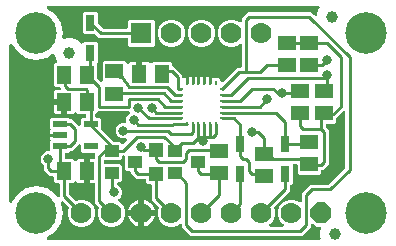
<source format=gbr>
G04 EAGLE Gerber RS-274X export*
G75*
%MOMM*%
%FSLAX34Y34*%
%LPD*%
%INTop Copper*%
%IPPOS*%
%AMOC8*
5,1,8,0,0,1.08239X$1,22.5*%
G01*
%ADD10R,0.210000X0.400000*%
%ADD11R,0.400000X0.210000*%
%ADD12R,1.500000X1.300000*%
%ADD13R,1.200000X1.000000*%
%ADD14R,1.300000X1.200000*%
%ADD15R,1.200000X0.550000*%
%ADD16R,1.300000X1.500000*%
%ADD17C,3.516000*%
%ADD18C,1.000000*%
%ADD19R,0.800000X1.350000*%
%ADD20P,1.924489X8X292.500000*%
%ADD21C,1.778000*%
%ADD22R,1.778000X1.778000*%
%ADD23C,0.254000*%
%ADD24C,0.806400*%

G36*
X182518Y136316D02*
X182518Y136316D01*
X182657Y136320D01*
X182677Y136326D01*
X182697Y136327D01*
X182829Y136370D01*
X182963Y136409D01*
X182980Y136419D01*
X182999Y136425D01*
X183117Y136500D01*
X183237Y136570D01*
X183258Y136589D01*
X183268Y136595D01*
X183282Y136610D01*
X183357Y136677D01*
X195072Y148391D01*
X198120Y148391D01*
X198238Y148406D01*
X198357Y148413D01*
X198395Y148426D01*
X198436Y148431D01*
X198546Y148474D01*
X198659Y148511D01*
X198694Y148533D01*
X198731Y148548D01*
X198827Y148617D01*
X198928Y148681D01*
X198956Y148711D01*
X198989Y148734D01*
X199065Y148826D01*
X199146Y148913D01*
X199166Y148948D01*
X199191Y148979D01*
X199242Y149087D01*
X199300Y149191D01*
X199310Y149231D01*
X199327Y149267D01*
X199349Y149384D01*
X199379Y149499D01*
X199383Y149559D01*
X199387Y149579D01*
X199385Y149600D01*
X199389Y149660D01*
X199389Y167460D01*
X199372Y167597D01*
X199359Y167736D01*
X199352Y167755D01*
X199349Y167775D01*
X199298Y167905D01*
X199251Y168035D01*
X199240Y168052D01*
X199232Y168071D01*
X199151Y168183D01*
X199073Y168298D01*
X199057Y168312D01*
X199046Y168328D01*
X198939Y168417D01*
X198834Y168509D01*
X198816Y168518D01*
X198801Y168531D01*
X198675Y168590D01*
X198551Y168653D01*
X198531Y168658D01*
X198513Y168666D01*
X198377Y168693D01*
X198241Y168723D01*
X198220Y168722D01*
X198201Y168726D01*
X198062Y168718D01*
X197923Y168713D01*
X197903Y168708D01*
X197883Y168706D01*
X197751Y168664D01*
X197617Y168625D01*
X197600Y168615D01*
X197581Y168608D01*
X197463Y168534D01*
X197343Y168463D01*
X197322Y168445D01*
X197312Y168438D01*
X197298Y168423D01*
X197222Y168357D01*
X196975Y168109D01*
X192774Y166369D01*
X188226Y166369D01*
X184025Y168109D01*
X180809Y171325D01*
X179069Y175526D01*
X179069Y180074D01*
X180809Y184275D01*
X184025Y187491D01*
X188226Y189231D01*
X192774Y189231D01*
X196975Y187491D01*
X197222Y187243D01*
X197332Y187158D01*
X197439Y187069D01*
X197458Y187060D01*
X197474Y187048D01*
X197601Y186993D01*
X197727Y186934D01*
X197747Y186930D01*
X197766Y186922D01*
X197903Y186900D01*
X198040Y186874D01*
X198060Y186875D01*
X198080Y186872D01*
X198219Y186885D01*
X198357Y186894D01*
X198376Y186900D01*
X198396Y186902D01*
X198528Y186949D01*
X198659Y186992D01*
X198676Y187002D01*
X198696Y187009D01*
X198811Y187087D01*
X198928Y187162D01*
X198942Y187176D01*
X198959Y187188D01*
X199051Y187292D01*
X199146Y187393D01*
X199156Y187411D01*
X199169Y187426D01*
X199233Y187550D01*
X199300Y187672D01*
X199305Y187691D01*
X199314Y187709D01*
X199344Y187846D01*
X199379Y187980D01*
X199381Y188008D01*
X199384Y188020D01*
X199383Y188040D01*
X199389Y188140D01*
X199389Y190808D01*
X204162Y195581D01*
X258118Y195581D01*
X260722Y192977D01*
X260882Y192817D01*
X260992Y192731D01*
X261099Y192643D01*
X261118Y192634D01*
X261134Y192622D01*
X261262Y192566D01*
X261387Y192507D01*
X261407Y192503D01*
X261426Y192495D01*
X261563Y192474D01*
X261700Y192447D01*
X261720Y192449D01*
X261740Y192446D01*
X261878Y192459D01*
X262017Y192467D01*
X262036Y192473D01*
X262056Y192475D01*
X262187Y192522D01*
X262319Y192565D01*
X262336Y192576D01*
X262356Y192583D01*
X262471Y192661D01*
X262588Y192735D01*
X262602Y192750D01*
X262619Y192761D01*
X262711Y192866D01*
X262806Y192967D01*
X262816Y192985D01*
X262829Y193000D01*
X262893Y193124D01*
X262960Y193246D01*
X262965Y193265D01*
X262974Y193283D01*
X263004Y193419D01*
X263039Y193553D01*
X263041Y193581D01*
X263044Y193593D01*
X263043Y193614D01*
X263049Y193714D01*
X263049Y194265D01*
X264971Y198904D01*
X264984Y198952D01*
X265005Y198997D01*
X265026Y199105D01*
X265055Y199211D01*
X265056Y199261D01*
X265065Y199310D01*
X265058Y199419D01*
X265060Y199529D01*
X265049Y199577D01*
X265045Y199627D01*
X265012Y199731D01*
X264986Y199838D01*
X264963Y199882D01*
X264947Y199929D01*
X264889Y200022D01*
X264837Y200119D01*
X264804Y200156D01*
X264777Y200198D01*
X264697Y200273D01*
X264623Y200355D01*
X264582Y200382D01*
X264546Y200416D01*
X264449Y200469D01*
X264358Y200529D01*
X264311Y200546D01*
X264267Y200570D01*
X264161Y200597D01*
X264057Y200633D01*
X264007Y200637D01*
X263959Y200649D01*
X263799Y200659D01*
X35404Y200659D01*
X35300Y200646D01*
X35196Y200642D01*
X35143Y200626D01*
X35089Y200619D01*
X34992Y200581D01*
X34891Y200551D01*
X34844Y200523D01*
X34793Y200502D01*
X34708Y200441D01*
X34619Y200387D01*
X34580Y200348D01*
X34535Y200316D01*
X34469Y200235D01*
X34396Y200161D01*
X34368Y200113D01*
X34333Y200071D01*
X34288Y199976D01*
X34236Y199886D01*
X34221Y199833D01*
X34197Y199783D01*
X34178Y199680D01*
X34149Y199580D01*
X34148Y199525D01*
X34137Y199471D01*
X34144Y199366D01*
X34141Y199262D01*
X34154Y199208D01*
X34157Y199153D01*
X34189Y199054D01*
X34213Y198952D01*
X34238Y198903D01*
X34255Y198851D01*
X34311Y198762D01*
X34359Y198670D01*
X34396Y198628D01*
X34425Y198582D01*
X34501Y198510D01*
X34571Y198432D01*
X34641Y198379D01*
X34657Y198364D01*
X34670Y198357D01*
X34699Y198335D01*
X41434Y193834D01*
X46350Y186478D01*
X48076Y177800D01*
X47430Y174553D01*
X47429Y174538D01*
X47425Y174524D01*
X47418Y174381D01*
X47408Y174236D01*
X47410Y174221D01*
X47409Y174207D01*
X47439Y174065D01*
X47465Y173923D01*
X47471Y173910D01*
X47474Y173895D01*
X47537Y173765D01*
X47598Y173634D01*
X47607Y173623D01*
X47613Y173609D01*
X47707Y173500D01*
X47798Y173387D01*
X47810Y173379D01*
X47820Y173367D01*
X47938Y173284D01*
X48054Y173198D01*
X48068Y173193D01*
X48080Y173184D01*
X48215Y173133D01*
X48349Y173079D01*
X48363Y173077D01*
X48377Y173072D01*
X48521Y173056D01*
X48664Y173036D01*
X48679Y173038D01*
X48693Y173036D01*
X48837Y173057D01*
X48980Y173073D01*
X48994Y173079D01*
X49008Y173081D01*
X49161Y173133D01*
X50845Y173831D01*
X55835Y173831D01*
X60444Y171922D01*
X63029Y169337D01*
X63123Y169264D01*
X63212Y169185D01*
X63248Y169167D01*
X63280Y169142D01*
X63389Y169094D01*
X63495Y169040D01*
X63535Y169032D01*
X63572Y169015D01*
X63689Y168997D01*
X63805Y168971D01*
X63846Y168972D01*
X63886Y168966D01*
X64004Y168977D01*
X64123Y168980D01*
X64162Y168992D01*
X64202Y168995D01*
X64315Y169036D01*
X64429Y169069D01*
X64464Y169089D01*
X64502Y169103D01*
X64600Y169170D01*
X64703Y169230D01*
X64748Y169270D01*
X64765Y169282D01*
X64778Y169297D01*
X64824Y169337D01*
X66068Y170581D01*
X76172Y170581D01*
X77661Y169092D01*
X77661Y153488D01*
X76861Y152687D01*
X76788Y152593D01*
X76709Y152504D01*
X76690Y152468D01*
X76666Y152436D01*
X76618Y152327D01*
X76564Y152221D01*
X76555Y152181D01*
X76539Y152144D01*
X76521Y152027D01*
X76495Y151911D01*
X76496Y151870D01*
X76490Y151830D01*
X76501Y151711D01*
X76504Y151593D01*
X76516Y151554D01*
X76519Y151514D01*
X76560Y151401D01*
X76593Y151287D01*
X76613Y151252D01*
X76627Y151214D01*
X76694Y151116D01*
X76754Y151013D01*
X76794Y150968D01*
X76806Y150951D01*
X76821Y150938D01*
X76861Y150892D01*
X76961Y150792D01*
X76961Y139774D01*
X76973Y139676D01*
X76976Y139577D01*
X76993Y139519D01*
X77001Y139459D01*
X77037Y139367D01*
X77065Y139271D01*
X77095Y139219D01*
X77118Y139163D01*
X77176Y139083D01*
X77226Y138998D01*
X77292Y138922D01*
X77304Y138906D01*
X77314Y138898D01*
X77332Y138877D01*
X79233Y136977D01*
X79342Y136891D01*
X79449Y136803D01*
X79468Y136794D01*
X79484Y136782D01*
X79612Y136726D01*
X79737Y136667D01*
X79757Y136663D01*
X79776Y136655D01*
X79914Y136633D01*
X80050Y136607D01*
X80070Y136609D01*
X80090Y136606D01*
X80229Y136619D01*
X80367Y136627D01*
X80386Y136633D01*
X80406Y136635D01*
X80538Y136683D01*
X80669Y136725D01*
X80687Y136736D01*
X80706Y136743D01*
X80821Y136821D01*
X80938Y136895D01*
X80952Y136910D01*
X80969Y136922D01*
X81061Y137026D01*
X81156Y137127D01*
X81166Y137145D01*
X81179Y137160D01*
X81243Y137284D01*
X81310Y137406D01*
X81315Y137425D01*
X81324Y137443D01*
X81354Y137579D01*
X81389Y137713D01*
X81391Y137742D01*
X81394Y137753D01*
X81393Y137774D01*
X81399Y137874D01*
X81399Y152942D01*
X82888Y154431D01*
X99992Y154431D01*
X101507Y152916D01*
X101514Y152850D01*
X101519Y152837D01*
X101521Y152824D01*
X101574Y152689D01*
X101625Y152552D01*
X101633Y152540D01*
X101638Y152528D01*
X101723Y152410D01*
X101806Y152290D01*
X101817Y152282D01*
X101824Y152271D01*
X101937Y152178D01*
X102047Y152082D01*
X102059Y152076D01*
X102069Y152068D01*
X102201Y152006D01*
X102332Y151941D01*
X102345Y151938D01*
X102357Y151932D01*
X102499Y151905D01*
X102643Y151875D01*
X102656Y151875D01*
X102669Y151873D01*
X102815Y151882D01*
X102961Y151888D01*
X102974Y151891D01*
X102987Y151892D01*
X103125Y151937D01*
X103265Y151979D01*
X103277Y151986D01*
X103289Y151990D01*
X103413Y152068D01*
X103537Y152144D01*
X103547Y152153D01*
X103558Y152161D01*
X103658Y152267D01*
X103760Y152371D01*
X103770Y152386D01*
X103776Y152392D01*
X103784Y152407D01*
X103849Y152505D01*
X103887Y152570D01*
X104360Y153043D01*
X104939Y153378D01*
X105586Y153551D01*
X109881Y153551D01*
X109881Y144780D01*
X109896Y144662D01*
X109903Y144543D01*
X109916Y144505D01*
X109921Y144465D01*
X109964Y144354D01*
X110001Y144241D01*
X110023Y144206D01*
X110038Y144169D01*
X110108Y144073D01*
X110171Y143972D01*
X110201Y143944D01*
X110225Y143912D01*
X110316Y143836D01*
X110403Y143754D01*
X110438Y143735D01*
X110469Y143709D01*
X110577Y143658D01*
X110681Y143601D01*
X110721Y143590D01*
X110757Y143573D01*
X110874Y143551D01*
X110989Y143521D01*
X111050Y143517D01*
X111070Y143513D01*
X111090Y143515D01*
X111150Y143511D01*
X113690Y143511D01*
X113808Y143526D01*
X113927Y143533D01*
X113965Y143546D01*
X114005Y143551D01*
X114116Y143595D01*
X114229Y143631D01*
X114264Y143653D01*
X114301Y143668D01*
X114397Y143738D01*
X114498Y143801D01*
X114526Y143831D01*
X114558Y143855D01*
X114634Y143946D01*
X114716Y144033D01*
X114735Y144068D01*
X114761Y144100D01*
X114812Y144207D01*
X114869Y144311D01*
X114880Y144351D01*
X114897Y144387D01*
X114919Y144504D01*
X114949Y144619D01*
X114953Y144680D01*
X114957Y144700D01*
X114955Y144720D01*
X114959Y144780D01*
X114959Y153551D01*
X119254Y153551D01*
X119901Y153378D01*
X120480Y153043D01*
X121022Y152501D01*
X121117Y152428D01*
X121206Y152349D01*
X121242Y152330D01*
X121274Y152306D01*
X121383Y152258D01*
X121489Y152204D01*
X121528Y152195D01*
X121566Y152179D01*
X121684Y152161D01*
X121799Y152135D01*
X121840Y152136D01*
X121880Y152129D01*
X121998Y152141D01*
X122117Y152144D01*
X122156Y152156D01*
X122196Y152159D01*
X122308Y152200D01*
X122423Y152233D01*
X122458Y152253D01*
X122496Y152267D01*
X122594Y152334D01*
X122697Y152394D01*
X122742Y152434D01*
X122759Y152445D01*
X122772Y152461D01*
X122817Y152501D01*
X123868Y153551D01*
X138972Y153551D01*
X140461Y152062D01*
X140461Y150470D01*
X140476Y150352D01*
X140483Y150233D01*
X140496Y150195D01*
X140501Y150154D01*
X140544Y150044D01*
X140581Y149931D01*
X140603Y149896D01*
X140618Y149859D01*
X140687Y149763D01*
X140751Y149662D01*
X140781Y149634D01*
X140804Y149601D01*
X140896Y149525D01*
X140983Y149444D01*
X141018Y149424D01*
X141049Y149399D01*
X141157Y149348D01*
X141261Y149290D01*
X141301Y149280D01*
X141337Y149263D01*
X141454Y149241D01*
X141569Y149211D01*
X141629Y149207D01*
X141649Y149203D01*
X141670Y149205D01*
X141730Y149201D01*
X141938Y149201D01*
X148791Y142348D01*
X148791Y140899D01*
X148807Y140767D01*
X148818Y140635D01*
X148827Y140610D01*
X148831Y140584D01*
X148879Y140460D01*
X148923Y140335D01*
X148938Y140313D01*
X148948Y140288D01*
X149025Y140181D01*
X149099Y140070D01*
X149119Y140052D01*
X149134Y140031D01*
X149237Y139946D01*
X149335Y139857D01*
X149359Y139845D01*
X149379Y139828D01*
X149499Y139771D01*
X149617Y139710D01*
X149643Y139704D01*
X149667Y139692D01*
X149797Y139667D01*
X149927Y139637D01*
X149953Y139637D01*
X149979Y139632D01*
X150112Y139641D01*
X150245Y139643D01*
X150270Y139651D01*
X150297Y139652D01*
X150377Y139678D01*
X150408Y139684D01*
X151216Y139901D01*
X152292Y139901D01*
X152390Y139913D01*
X152489Y139916D01*
X152547Y139933D01*
X152607Y139941D01*
X152699Y139977D01*
X152795Y140005D01*
X152847Y140035D01*
X152903Y140058D01*
X152983Y140116D01*
X153069Y140166D01*
X153144Y140232D01*
X153160Y140244D01*
X153168Y140254D01*
X153189Y140273D01*
X153380Y140463D01*
X156513Y140463D01*
X156550Y140435D01*
X156639Y140356D01*
X156675Y140338D01*
X156707Y140313D01*
X156816Y140265D01*
X156922Y140211D01*
X156961Y140202D01*
X156999Y140186D01*
X157116Y140168D01*
X157232Y140142D01*
X157273Y140143D01*
X157313Y140137D01*
X157431Y140148D01*
X157550Y140151D01*
X157589Y140163D01*
X157629Y140166D01*
X157741Y140207D01*
X157856Y140240D01*
X157890Y140260D01*
X157929Y140274D01*
X158027Y140341D01*
X158130Y140401D01*
X158175Y140441D01*
X158192Y140452D01*
X158201Y140463D01*
X161326Y140463D01*
X161408Y140381D01*
X161503Y140308D01*
X161592Y140229D01*
X161628Y140211D01*
X161660Y140186D01*
X161769Y140138D01*
X161875Y140084D01*
X161915Y140075D01*
X161952Y140059D01*
X162069Y140041D01*
X162185Y140015D01*
X162226Y140016D01*
X162266Y140010D01*
X162384Y140021D01*
X162503Y140024D01*
X162542Y140036D01*
X162582Y140039D01*
X162695Y140080D01*
X162809Y140113D01*
X162843Y140133D01*
X162882Y140147D01*
X162980Y140214D01*
X163083Y140274D01*
X163128Y140314D01*
X163145Y140326D01*
X163158Y140341D01*
X163203Y140381D01*
X163286Y140463D01*
X166406Y140463D01*
X166488Y140381D01*
X166583Y140308D01*
X166672Y140229D01*
X166708Y140211D01*
X166740Y140186D01*
X166849Y140138D01*
X166955Y140084D01*
X166995Y140075D01*
X167032Y140059D01*
X167149Y140041D01*
X167265Y140015D01*
X167306Y140016D01*
X167346Y140010D01*
X167464Y140021D01*
X167583Y140024D01*
X167622Y140036D01*
X167662Y140039D01*
X167775Y140080D01*
X167889Y140113D01*
X167923Y140133D01*
X167962Y140147D01*
X168060Y140214D01*
X168163Y140274D01*
X168208Y140314D01*
X168225Y140326D01*
X168238Y140341D01*
X168283Y140381D01*
X168366Y140463D01*
X171486Y140463D01*
X171677Y140272D01*
X171700Y140254D01*
X171780Y140188D01*
X171827Y140144D01*
X171841Y140136D01*
X171903Y140084D01*
X171912Y140079D01*
X171920Y140073D01*
X172054Y140009D01*
X172188Y139943D01*
X172198Y139941D01*
X172207Y139937D01*
X172354Y139909D01*
X172500Y139879D01*
X172510Y139879D01*
X172520Y139877D01*
X172669Y139887D01*
X172817Y139893D01*
X172827Y139896D01*
X172837Y139897D01*
X172848Y139901D01*
X173985Y139901D01*
X174470Y139771D01*
X174575Y139756D01*
X174678Y139733D01*
X174732Y139735D01*
X174785Y139727D01*
X174890Y139740D01*
X174996Y139743D01*
X175048Y139758D01*
X175101Y139764D01*
X175199Y139802D01*
X175301Y139831D01*
X175348Y139859D01*
X175398Y139878D01*
X175430Y139901D01*
X179702Y139901D01*
X181191Y138412D01*
X181191Y137574D01*
X181208Y137437D01*
X181221Y137298D01*
X181228Y137279D01*
X181231Y137259D01*
X181282Y137130D01*
X181329Y136999D01*
X181340Y136982D01*
X181348Y136963D01*
X181429Y136851D01*
X181507Y136735D01*
X181523Y136722D01*
X181534Y136706D01*
X181642Y136617D01*
X181746Y136525D01*
X181764Y136516D01*
X181779Y136503D01*
X181905Y136444D01*
X182029Y136380D01*
X182049Y136376D01*
X182067Y136367D01*
X182203Y136341D01*
X182339Y136311D01*
X182360Y136311D01*
X182379Y136307D01*
X182518Y136316D01*
G37*
G36*
X3834Y34144D02*
X3834Y34144D01*
X3938Y34141D01*
X3992Y34154D01*
X4047Y34157D01*
X4146Y34189D01*
X4248Y34213D01*
X4297Y34238D01*
X4349Y34255D01*
X4438Y34311D01*
X4530Y34359D01*
X4572Y34396D01*
X4618Y34425D01*
X4690Y34501D01*
X4768Y34571D01*
X4821Y34641D01*
X4836Y34657D01*
X4843Y34670D01*
X4865Y34699D01*
X9366Y41434D01*
X16722Y46350D01*
X25400Y48076D01*
X34078Y46350D01*
X41434Y41434D01*
X42785Y39413D01*
X42853Y39334D01*
X42914Y39250D01*
X42957Y39215D01*
X42993Y39173D01*
X43079Y39113D01*
X43159Y39047D01*
X43209Y39023D01*
X43255Y38992D01*
X43353Y38956D01*
X43447Y38911D01*
X43501Y38901D01*
X43553Y38882D01*
X43657Y38871D01*
X43760Y38852D01*
X43815Y38855D01*
X43869Y38849D01*
X43973Y38865D01*
X44077Y38871D01*
X44129Y38888D01*
X44184Y38897D01*
X44280Y38937D01*
X44379Y38969D01*
X44426Y38999D01*
X44477Y39020D01*
X44560Y39084D01*
X44648Y39140D01*
X44686Y39180D01*
X44730Y39213D01*
X44795Y39295D01*
X44866Y39371D01*
X44893Y39419D01*
X44927Y39463D01*
X44969Y39558D01*
X45020Y39650D01*
X45033Y39703D01*
X45056Y39753D01*
X45073Y39857D01*
X45099Y39958D01*
X45105Y40046D01*
X45108Y40067D01*
X45107Y40082D01*
X45109Y40118D01*
X45109Y49650D01*
X45094Y49768D01*
X45087Y49887D01*
X45074Y49925D01*
X45069Y49966D01*
X45026Y50076D01*
X44989Y50189D01*
X44967Y50224D01*
X44952Y50261D01*
X44883Y50357D01*
X44819Y50458D01*
X44789Y50486D01*
X44766Y50519D01*
X44674Y50595D01*
X44587Y50676D01*
X44552Y50696D01*
X44521Y50721D01*
X44413Y50772D01*
X44309Y50830D01*
X44269Y50840D01*
X44233Y50857D01*
X44116Y50879D01*
X44001Y50909D01*
X43941Y50913D01*
X43921Y50917D01*
X43900Y50915D01*
X43840Y50919D01*
X41368Y50919D01*
X39879Y52408D01*
X39879Y55880D01*
X39864Y55998D01*
X39857Y56117D01*
X39844Y56155D01*
X39839Y56196D01*
X39796Y56306D01*
X39759Y56419D01*
X39737Y56454D01*
X39722Y56491D01*
X39653Y56587D01*
X39589Y56688D01*
X39559Y56716D01*
X39536Y56749D01*
X39444Y56825D01*
X39357Y56906D01*
X39322Y56926D01*
X39291Y56951D01*
X39183Y57002D01*
X39079Y57060D01*
X39039Y57070D01*
X39003Y57087D01*
X38886Y57109D01*
X38771Y57139D01*
X38711Y57143D01*
X38691Y57147D01*
X38670Y57145D01*
X38610Y57149D01*
X36522Y57149D01*
X31749Y61922D01*
X31749Y65110D01*
X31737Y65208D01*
X31734Y65307D01*
X31717Y65365D01*
X31709Y65425D01*
X31673Y65517D01*
X31645Y65612D01*
X31615Y65665D01*
X31592Y65721D01*
X31534Y65801D01*
X31484Y65886D01*
X31418Y65962D01*
X31406Y65978D01*
X31396Y65986D01*
X31378Y66007D01*
X29988Y67397D01*
X28987Y69813D01*
X28987Y72427D01*
X29988Y74843D01*
X31837Y76692D01*
X34253Y77693D01*
X35609Y77693D01*
X35727Y77708D01*
X35846Y77715D01*
X35884Y77728D01*
X35925Y77733D01*
X36035Y77776D01*
X36148Y77813D01*
X36183Y77835D01*
X36220Y77850D01*
X36316Y77919D01*
X36417Y77983D01*
X36445Y78013D01*
X36478Y78036D01*
X36554Y78128D01*
X36635Y78215D01*
X36655Y78250D01*
X36680Y78281D01*
X36731Y78389D01*
X36789Y78493D01*
X36799Y78533D01*
X36816Y78569D01*
X36838Y78686D01*
X36868Y78801D01*
X36872Y78861D01*
X36876Y78881D01*
X36874Y78902D01*
X36878Y78962D01*
X36878Y85742D01*
X37019Y85883D01*
X37088Y85972D01*
X37163Y86056D01*
X37185Y86097D01*
X37214Y86135D01*
X37259Y86238D01*
X37311Y86337D01*
X37322Y86383D01*
X37341Y86427D01*
X37358Y86538D01*
X37384Y86647D01*
X37383Y86694D01*
X37390Y86741D01*
X37380Y86853D01*
X37378Y86965D01*
X37365Y87010D01*
X37361Y87057D01*
X37323Y87163D01*
X37293Y87271D01*
X37260Y87336D01*
X37253Y87357D01*
X37243Y87372D01*
X37221Y87416D01*
X37051Y87709D01*
X36878Y88356D01*
X36878Y90066D01*
X45314Y90066D01*
X45432Y90081D01*
X45551Y90088D01*
X45589Y90100D01*
X45629Y90106D01*
X45740Y90149D01*
X45853Y90186D01*
X45887Y90208D01*
X45925Y90223D01*
X46021Y90292D01*
X46122Y90356D01*
X46150Y90386D01*
X46182Y90409D01*
X46258Y90501D01*
X46340Y90588D01*
X46359Y90623D01*
X46385Y90654D01*
X46436Y90762D01*
X46493Y90866D01*
X46503Y90906D01*
X46521Y90942D01*
X46543Y91059D01*
X46573Y91174D01*
X46577Y91234D01*
X46580Y91254D01*
X46579Y91275D01*
X46583Y91335D01*
X46583Y91545D01*
X46568Y91663D01*
X46561Y91782D01*
X46548Y91820D01*
X46543Y91861D01*
X46499Y91971D01*
X46463Y92084D01*
X46441Y92119D01*
X46426Y92156D01*
X46356Y92252D01*
X46293Y92353D01*
X46263Y92381D01*
X46239Y92414D01*
X46148Y92490D01*
X46061Y92571D01*
X46026Y92591D01*
X45994Y92616D01*
X45887Y92667D01*
X45782Y92725D01*
X45743Y92735D01*
X45707Y92752D01*
X45590Y92774D01*
X45474Y92804D01*
X45414Y92808D01*
X45394Y92812D01*
X45374Y92810D01*
X45314Y92814D01*
X36878Y92814D01*
X36878Y94524D01*
X37051Y95171D01*
X37221Y95464D01*
X37265Y95568D01*
X37316Y95668D01*
X37326Y95714D01*
X37344Y95758D01*
X37361Y95869D01*
X37385Y95978D01*
X37384Y96025D01*
X37391Y96072D01*
X37379Y96184D01*
X37376Y96296D01*
X37363Y96342D01*
X37358Y96388D01*
X37318Y96494D01*
X37287Y96602D01*
X37263Y96642D01*
X37247Y96687D01*
X37183Y96779D01*
X37126Y96876D01*
X37078Y96930D01*
X37066Y96948D01*
X37052Y96960D01*
X37019Y96997D01*
X36878Y97138D01*
X36878Y104742D01*
X38367Y106231D01*
X52471Y106231D01*
X53580Y105122D01*
X53658Y105062D01*
X53730Y104994D01*
X53783Y104965D01*
X53831Y104928D01*
X53922Y104888D01*
X54009Y104840D01*
X54067Y104825D01*
X54123Y104801D01*
X54221Y104786D01*
X54316Y104761D01*
X54417Y104755D01*
X54437Y104751D01*
X54449Y104753D01*
X54477Y104751D01*
X55578Y104751D01*
X59627Y100702D01*
X60714Y99616D01*
X60823Y99531D01*
X60930Y99442D01*
X60949Y99433D01*
X60965Y99421D01*
X61092Y99365D01*
X61218Y99306D01*
X61238Y99302D01*
X61257Y99294D01*
X61395Y99272D01*
X61531Y99246D01*
X61551Y99248D01*
X61571Y99245D01*
X61710Y99258D01*
X61848Y99266D01*
X61867Y99272D01*
X61887Y99274D01*
X62019Y99322D01*
X62150Y99364D01*
X62168Y99375D01*
X62187Y99382D01*
X62302Y99460D01*
X62419Y99534D01*
X62433Y99549D01*
X62450Y99561D01*
X62542Y99665D01*
X62637Y99766D01*
X62647Y99784D01*
X62660Y99799D01*
X62723Y99923D01*
X62791Y100045D01*
X62796Y100064D01*
X62805Y100082D01*
X62835Y100218D01*
X62870Y100352D01*
X62872Y100381D01*
X62875Y100392D01*
X62874Y100413D01*
X62880Y100513D01*
X62880Y104742D01*
X64369Y106231D01*
X66341Y106231D01*
X66459Y106246D01*
X66578Y106253D01*
X66616Y106266D01*
X66657Y106271D01*
X66767Y106314D01*
X66880Y106351D01*
X66915Y106373D01*
X66952Y106388D01*
X67048Y106457D01*
X67149Y106521D01*
X67177Y106551D01*
X67210Y106574D01*
X67286Y106666D01*
X67367Y106753D01*
X67387Y106788D01*
X67412Y106819D01*
X67463Y106927D01*
X67521Y107031D01*
X67531Y107071D01*
X67548Y107107D01*
X67570Y107224D01*
X67600Y107339D01*
X67604Y107399D01*
X67608Y107419D01*
X67606Y107440D01*
X67610Y107500D01*
X67610Y108070D01*
X67595Y108188D01*
X67588Y108307D01*
X67575Y108345D01*
X67570Y108386D01*
X67527Y108496D01*
X67490Y108609D01*
X67468Y108644D01*
X67453Y108681D01*
X67384Y108777D01*
X67320Y108878D01*
X67290Y108906D01*
X67267Y108939D01*
X67175Y109015D01*
X67088Y109096D01*
X67053Y109116D01*
X67022Y109141D01*
X66914Y109192D01*
X66810Y109250D01*
X66770Y109260D01*
X66734Y109277D01*
X66617Y109299D01*
X66502Y109329D01*
X66442Y109333D01*
X66422Y109337D01*
X66401Y109335D01*
X66341Y109339D01*
X60368Y109339D01*
X59317Y110389D01*
X59223Y110462D01*
X59134Y110541D01*
X59098Y110560D01*
X59066Y110584D01*
X58957Y110632D01*
X58851Y110686D01*
X58812Y110695D01*
X58774Y110711D01*
X58657Y110729D01*
X58541Y110755D01*
X58500Y110754D01*
X58460Y110761D01*
X58342Y110749D01*
X58223Y110746D01*
X58184Y110734D01*
X58144Y110731D01*
X58032Y110690D01*
X57917Y110657D01*
X57882Y110637D01*
X57844Y110623D01*
X57746Y110556D01*
X57643Y110496D01*
X57598Y110456D01*
X57581Y110445D01*
X57568Y110429D01*
X57522Y110389D01*
X56980Y109847D01*
X56401Y109512D01*
X55754Y109339D01*
X51459Y109339D01*
X51459Y118110D01*
X51444Y118228D01*
X51437Y118347D01*
X51424Y118385D01*
X51419Y118425D01*
X51375Y118536D01*
X51339Y118649D01*
X51317Y118684D01*
X51302Y118721D01*
X51232Y118817D01*
X51169Y118918D01*
X51139Y118946D01*
X51115Y118978D01*
X51024Y119054D01*
X50937Y119136D01*
X50902Y119155D01*
X50870Y119181D01*
X50763Y119232D01*
X50659Y119289D01*
X50619Y119300D01*
X50583Y119317D01*
X50466Y119339D01*
X50351Y119369D01*
X50290Y119373D01*
X50270Y119377D01*
X50250Y119375D01*
X50190Y119379D01*
X48919Y119379D01*
X48919Y120650D01*
X48904Y120768D01*
X48897Y120887D01*
X48884Y120925D01*
X48879Y120965D01*
X48835Y121076D01*
X48799Y121189D01*
X48777Y121224D01*
X48762Y121261D01*
X48692Y121357D01*
X48629Y121458D01*
X48599Y121486D01*
X48575Y121518D01*
X48484Y121594D01*
X48397Y121676D01*
X48362Y121695D01*
X48330Y121721D01*
X48223Y121772D01*
X48119Y121829D01*
X48079Y121840D01*
X48043Y121857D01*
X47926Y121879D01*
X47811Y121909D01*
X47750Y121913D01*
X47730Y121917D01*
X47710Y121915D01*
X47650Y121919D01*
X39879Y121919D01*
X39879Y127214D01*
X40052Y127861D01*
X40387Y128440D01*
X40860Y128913D01*
X41439Y129248D01*
X42086Y129421D01*
X45006Y129421D01*
X45144Y129438D01*
X45282Y129451D01*
X45301Y129458D01*
X45321Y129461D01*
X45451Y129512D01*
X45582Y129559D01*
X45598Y129570D01*
X45617Y129578D01*
X45730Y129659D01*
X45845Y129737D01*
X45858Y129753D01*
X45874Y129764D01*
X45963Y129872D01*
X46055Y129976D01*
X46064Y129994D01*
X46077Y130009D01*
X46137Y130135D01*
X46200Y130259D01*
X46204Y130279D01*
X46213Y130297D01*
X46239Y130434D01*
X46269Y130569D01*
X46269Y130590D01*
X46273Y130609D01*
X46264Y130748D01*
X46260Y130887D01*
X46254Y130907D01*
X46253Y130927D01*
X46210Y131059D01*
X46171Y131193D01*
X46161Y131210D01*
X46155Y131229D01*
X46081Y131347D01*
X46010Y131467D01*
X45991Y131488D01*
X45985Y131498D01*
X45970Y131512D01*
X45903Y131588D01*
X45663Y131828D01*
X45585Y131888D01*
X45513Y131956D01*
X45460Y131985D01*
X45412Y132022D01*
X45321Y132062D01*
X45234Y132110D01*
X45176Y132125D01*
X45120Y132149D01*
X45022Y132164D01*
X44926Y132189D01*
X44826Y132195D01*
X44806Y132199D01*
X44794Y132197D01*
X44766Y132199D01*
X41368Y132199D01*
X39879Y133688D01*
X39879Y150792D01*
X41368Y152281D01*
X41598Y152281D01*
X41648Y152287D01*
X41697Y152285D01*
X41805Y152307D01*
X41914Y152321D01*
X41960Y152339D01*
X42009Y152349D01*
X42107Y152397D01*
X42209Y152438D01*
X42250Y152467D01*
X42294Y152489D01*
X42378Y152560D01*
X42467Y152624D01*
X42498Y152663D01*
X42536Y152695D01*
X42600Y152785D01*
X42670Y152869D01*
X42691Y152914D01*
X42719Y152955D01*
X42758Y153058D01*
X42805Y153157D01*
X42814Y153206D01*
X42832Y153252D01*
X42844Y153362D01*
X42865Y153469D01*
X42862Y153519D01*
X42867Y153568D01*
X42852Y153677D01*
X42845Y153787D01*
X42830Y153834D01*
X42823Y153883D01*
X42771Y154036D01*
X40799Y158795D01*
X40799Y158967D01*
X40797Y158982D01*
X40799Y158996D01*
X40778Y159139D01*
X40759Y159282D01*
X40754Y159296D01*
X40752Y159311D01*
X40695Y159444D01*
X40642Y159578D01*
X40634Y159590D01*
X40628Y159604D01*
X40540Y159718D01*
X40456Y159835D01*
X40444Y159845D01*
X40435Y159857D01*
X40322Y159946D01*
X40211Y160038D01*
X40197Y160045D01*
X40186Y160054D01*
X40053Y160112D01*
X39923Y160174D01*
X39908Y160177D01*
X39895Y160183D01*
X39752Y160207D01*
X39611Y160234D01*
X39596Y160233D01*
X39581Y160235D01*
X39437Y160223D01*
X39293Y160214D01*
X39279Y160209D01*
X39264Y160208D01*
X39127Y160160D01*
X38991Y160116D01*
X38978Y160108D01*
X38964Y160103D01*
X38825Y160022D01*
X34078Y156850D01*
X25400Y155124D01*
X16722Y156850D01*
X9366Y161766D01*
X4865Y168501D01*
X4797Y168580D01*
X4736Y168665D01*
X4693Y168700D01*
X4657Y168741D01*
X4571Y168801D01*
X4491Y168867D01*
X4441Y168891D01*
X4395Y168922D01*
X4297Y168958D01*
X4203Y169003D01*
X4149Y169013D01*
X4097Y169032D01*
X3993Y169043D01*
X3890Y169063D01*
X3835Y169059D01*
X3781Y169065D01*
X3677Y169049D01*
X3573Y169043D01*
X3521Y169026D01*
X3466Y169018D01*
X3370Y168977D01*
X3271Y168945D01*
X3224Y168915D01*
X3173Y168894D01*
X3090Y168831D01*
X3002Y168775D01*
X2964Y168735D01*
X2920Y168701D01*
X2855Y168619D01*
X2784Y168543D01*
X2757Y168495D01*
X2723Y168452D01*
X2681Y168356D01*
X2630Y168265D01*
X2617Y168211D01*
X2594Y168161D01*
X2577Y168058D01*
X2551Y167957D01*
X2545Y167869D01*
X2542Y167847D01*
X2543Y167832D01*
X2541Y167796D01*
X2541Y35404D01*
X2554Y35300D01*
X2558Y35196D01*
X2574Y35143D01*
X2581Y35089D01*
X2619Y34992D01*
X2649Y34891D01*
X2677Y34844D01*
X2698Y34793D01*
X2759Y34708D01*
X2813Y34619D01*
X2852Y34580D01*
X2884Y34535D01*
X2965Y34469D01*
X3039Y34396D01*
X3087Y34368D01*
X3129Y34333D01*
X3224Y34288D01*
X3314Y34236D01*
X3367Y34221D01*
X3417Y34197D01*
X3520Y34178D01*
X3620Y34149D01*
X3675Y34148D01*
X3729Y34137D01*
X3834Y34144D01*
G37*
G36*
X264810Y2547D02*
X264810Y2547D01*
X264859Y2545D01*
X264967Y2567D01*
X265076Y2581D01*
X265122Y2599D01*
X265171Y2609D01*
X265269Y2657D01*
X265372Y2698D01*
X265412Y2727D01*
X265456Y2749D01*
X265540Y2820D01*
X265629Y2884D01*
X265661Y2923D01*
X265698Y2955D01*
X265762Y3045D01*
X265832Y3129D01*
X265853Y3174D01*
X265882Y3215D01*
X265920Y3318D01*
X265967Y3417D01*
X265977Y3466D01*
X265994Y3512D01*
X266006Y3622D01*
X266027Y3729D01*
X266024Y3779D01*
X266029Y3828D01*
X266014Y3937D01*
X266007Y4047D01*
X265992Y4094D01*
X265985Y4143D01*
X265933Y4296D01*
X265589Y5126D01*
X265589Y10114D01*
X266459Y12214D01*
X266472Y12261D01*
X266491Y12302D01*
X266491Y12303D01*
X266493Y12307D01*
X266514Y12415D01*
X266543Y12521D01*
X266544Y12571D01*
X266553Y12620D01*
X266546Y12729D01*
X266548Y12839D01*
X266536Y12887D01*
X266533Y12937D01*
X266500Y13041D01*
X266474Y13148D01*
X266451Y13192D01*
X266435Y13239D01*
X266377Y13332D01*
X266325Y13429D01*
X266292Y13466D01*
X266265Y13508D01*
X266185Y13583D01*
X266111Y13665D01*
X266070Y13692D01*
X266034Y13726D01*
X265937Y13779D01*
X265846Y13839D01*
X265799Y13856D01*
X265755Y13880D01*
X265649Y13907D01*
X265545Y13943D01*
X265495Y13947D01*
X265447Y13959D01*
X265286Y13969D01*
X261965Y13969D01*
X259977Y15957D01*
X259868Y16042D01*
X259761Y16131D01*
X259742Y16140D01*
X259726Y16152D01*
X259598Y16207D01*
X259473Y16266D01*
X259453Y16270D01*
X259434Y16278D01*
X259296Y16300D01*
X259160Y16326D01*
X259140Y16325D01*
X259120Y16328D01*
X258981Y16315D01*
X258843Y16307D01*
X258824Y16300D01*
X258804Y16298D01*
X258672Y16251D01*
X258541Y16208D01*
X258523Y16198D01*
X258504Y16191D01*
X258389Y16113D01*
X258272Y16038D01*
X258258Y16024D01*
X258241Y16012D01*
X258149Y15908D01*
X258054Y15807D01*
X258044Y15789D01*
X258031Y15774D01*
X257967Y15650D01*
X257900Y15528D01*
X257895Y15509D01*
X257886Y15491D01*
X257856Y15355D01*
X257821Y15220D01*
X257819Y15192D01*
X257816Y15180D01*
X257817Y15160D01*
X257811Y15060D01*
X257811Y13662D01*
X250498Y6349D01*
X155902Y6349D01*
X148589Y13662D01*
X148589Y15060D01*
X148572Y15197D01*
X148559Y15336D01*
X148552Y15355D01*
X148549Y15375D01*
X148498Y15505D01*
X148451Y15635D01*
X148440Y15652D01*
X148432Y15671D01*
X148351Y15783D01*
X148273Y15898D01*
X148257Y15912D01*
X148246Y15928D01*
X148139Y16017D01*
X148034Y16109D01*
X148016Y16118D01*
X148001Y16131D01*
X147875Y16190D01*
X147751Y16253D01*
X147731Y16258D01*
X147713Y16266D01*
X147577Y16293D01*
X147441Y16323D01*
X147420Y16322D01*
X147401Y16326D01*
X147262Y16318D01*
X147123Y16313D01*
X147103Y16308D01*
X147083Y16306D01*
X146951Y16264D01*
X146817Y16225D01*
X146800Y16215D01*
X146781Y16208D01*
X146663Y16134D01*
X146543Y16063D01*
X146522Y16045D01*
X146512Y16038D01*
X146498Y16023D01*
X146422Y15957D01*
X146175Y15709D01*
X141974Y13969D01*
X137426Y13969D01*
X133225Y15709D01*
X130009Y18925D01*
X128269Y23126D01*
X128269Y27674D01*
X129048Y29554D01*
X129056Y29583D01*
X129070Y29609D01*
X129098Y29736D01*
X129132Y29861D01*
X129133Y29891D01*
X129139Y29920D01*
X129135Y30049D01*
X129137Y30179D01*
X129130Y30208D01*
X129130Y30237D01*
X129093Y30362D01*
X129063Y30488D01*
X129049Y30515D01*
X129041Y30543D01*
X128975Y30655D01*
X128914Y30770D01*
X128895Y30791D01*
X128880Y30817D01*
X128773Y30938D01*
X123189Y36522D01*
X123189Y48610D01*
X123174Y48728D01*
X123167Y48847D01*
X123154Y48885D01*
X123149Y48926D01*
X123106Y49036D01*
X123069Y49149D01*
X123047Y49184D01*
X123032Y49221D01*
X122963Y49317D01*
X122899Y49418D01*
X122869Y49446D01*
X122846Y49479D01*
X122754Y49555D01*
X122667Y49636D01*
X122632Y49656D01*
X122601Y49681D01*
X122493Y49732D01*
X122389Y49790D01*
X122349Y49800D01*
X122313Y49817D01*
X122196Y49839D01*
X122081Y49869D01*
X122021Y49873D01*
X122001Y49877D01*
X121980Y49875D01*
X121920Y49879D01*
X119448Y49879D01*
X117959Y51368D01*
X117959Y53340D01*
X117944Y53458D01*
X117937Y53577D01*
X117924Y53615D01*
X117919Y53656D01*
X117876Y53766D01*
X117839Y53879D01*
X117817Y53914D01*
X117802Y53951D01*
X117733Y54047D01*
X117669Y54148D01*
X117639Y54176D01*
X117616Y54209D01*
X117524Y54285D01*
X117437Y54366D01*
X117402Y54386D01*
X117371Y54411D01*
X117263Y54462D01*
X117159Y54520D01*
X117119Y54530D01*
X117083Y54547D01*
X116966Y54569D01*
X116851Y54599D01*
X116791Y54603D01*
X116771Y54607D01*
X116750Y54605D01*
X116690Y54609D01*
X110182Y54609D01*
X105249Y59542D01*
X105249Y59770D01*
X105234Y59888D01*
X105227Y60007D01*
X105214Y60045D01*
X105209Y60086D01*
X105166Y60196D01*
X105129Y60309D01*
X105107Y60344D01*
X105092Y60381D01*
X105023Y60477D01*
X104959Y60578D01*
X104929Y60606D01*
X104906Y60639D01*
X104814Y60715D01*
X104727Y60796D01*
X104692Y60816D01*
X104661Y60841D01*
X104553Y60892D01*
X104449Y60950D01*
X104409Y60960D01*
X104373Y60977D01*
X104256Y60999D01*
X104141Y61029D01*
X104081Y61033D01*
X104061Y61037D01*
X104040Y61035D01*
X103980Y61039D01*
X102008Y61039D01*
X100519Y62528D01*
X100519Y73000D01*
X100504Y73118D01*
X100497Y73237D01*
X100484Y73275D01*
X100479Y73316D01*
X100436Y73426D01*
X100399Y73539D01*
X100377Y73574D01*
X100362Y73611D01*
X100293Y73707D01*
X100229Y73808D01*
X100199Y73836D01*
X100176Y73869D01*
X100084Y73945D01*
X99997Y74026D01*
X99962Y74046D01*
X99931Y74071D01*
X99823Y74122D01*
X99719Y74180D01*
X99679Y74190D01*
X99643Y74207D01*
X99526Y74229D01*
X99411Y74259D01*
X99351Y74263D01*
X99331Y74267D01*
X99310Y74265D01*
X99250Y74269D01*
X98870Y74269D01*
X98752Y74254D01*
X98633Y74247D01*
X98595Y74234D01*
X98554Y74229D01*
X98444Y74186D01*
X98331Y74149D01*
X98296Y74127D01*
X98259Y74112D01*
X98163Y74043D01*
X98062Y73979D01*
X98034Y73949D01*
X98001Y73926D01*
X97925Y73834D01*
X97844Y73747D01*
X97824Y73712D01*
X97799Y73681D01*
X97748Y73573D01*
X97690Y73469D01*
X97680Y73429D01*
X97663Y73393D01*
X97641Y73276D01*
X97611Y73161D01*
X97607Y73101D01*
X97603Y73081D01*
X97605Y73060D01*
X97601Y73000D01*
X97601Y72028D01*
X96112Y70539D01*
X83820Y70539D01*
X83702Y70524D01*
X83583Y70517D01*
X83545Y70504D01*
X83504Y70499D01*
X83394Y70456D01*
X83281Y70419D01*
X83246Y70397D01*
X83209Y70382D01*
X83113Y70313D01*
X83012Y70249D01*
X82984Y70219D01*
X82951Y70196D01*
X82875Y70104D01*
X82794Y70017D01*
X82774Y69982D01*
X82749Y69951D01*
X82698Y69843D01*
X82640Y69739D01*
X82630Y69699D01*
X82613Y69663D01*
X82591Y69546D01*
X82561Y69431D01*
X82557Y69371D01*
X82553Y69351D01*
X82555Y69330D01*
X82551Y69270D01*
X82551Y67890D01*
X82566Y67772D01*
X82573Y67653D01*
X82586Y67615D01*
X82591Y67574D01*
X82634Y67464D01*
X82671Y67351D01*
X82693Y67316D01*
X82708Y67279D01*
X82777Y67183D01*
X82841Y67082D01*
X82871Y67054D01*
X82894Y67021D01*
X82986Y66945D01*
X83073Y66864D01*
X83108Y66844D01*
X83139Y66819D01*
X83247Y66768D01*
X83351Y66710D01*
X83391Y66700D01*
X83427Y66683D01*
X83544Y66661D01*
X83659Y66631D01*
X83719Y66627D01*
X83739Y66623D01*
X83760Y66625D01*
X83820Y66621D01*
X96112Y66621D01*
X97601Y65132D01*
X97601Y53028D01*
X96112Y51539D01*
X94815Y51539D01*
X94746Y51531D01*
X94676Y51532D01*
X94589Y51511D01*
X94500Y51499D01*
X94435Y51474D01*
X94367Y51457D01*
X94287Y51415D01*
X94204Y51382D01*
X94147Y51341D01*
X94086Y51309D01*
X94019Y51248D01*
X93947Y51196D01*
X93902Y51142D01*
X93850Y51095D01*
X93801Y51020D01*
X93744Y50951D01*
X93714Y50887D01*
X93676Y50829D01*
X93647Y50744D01*
X93608Y50663D01*
X93595Y50594D01*
X93573Y50528D01*
X93565Y50439D01*
X93549Y50351D01*
X93553Y50281D01*
X93547Y50211D01*
X93563Y50123D01*
X93568Y50033D01*
X93590Y49967D01*
X93602Y49898D01*
X93639Y49816D01*
X93666Y49731D01*
X93704Y49672D01*
X93732Y49608D01*
X93788Y49538D01*
X93836Y49462D01*
X93887Y49414D01*
X93931Y49360D01*
X94003Y49306D01*
X94068Y49244D01*
X94129Y49210D01*
X94185Y49168D01*
X94330Y49097D01*
X95163Y48752D01*
X97012Y46903D01*
X98013Y44487D01*
X98013Y41873D01*
X97012Y39457D01*
X95163Y37608D01*
X95061Y37566D01*
X94941Y37497D01*
X94818Y37432D01*
X94803Y37418D01*
X94785Y37408D01*
X94685Y37312D01*
X94582Y37218D01*
X94571Y37201D01*
X94557Y37187D01*
X94484Y37068D01*
X94407Y36952D01*
X94401Y36933D01*
X94390Y36916D01*
X94349Y36783D01*
X94304Y36651D01*
X94303Y36631D01*
X94297Y36612D01*
X94290Y36472D01*
X94279Y36334D01*
X94283Y36315D01*
X94282Y36294D01*
X94310Y36158D01*
X94333Y36021D01*
X94342Y36003D01*
X94346Y35983D01*
X94407Y35858D01*
X94464Y35731D01*
X94477Y35715D01*
X94486Y35697D01*
X94576Y35591D01*
X94663Y35483D01*
X94679Y35470D01*
X94692Y35455D01*
X94806Y35375D01*
X94917Y35291D01*
X94942Y35279D01*
X94952Y35272D01*
X94971Y35265D01*
X95061Y35220D01*
X95375Y35090D01*
X98591Y31875D01*
X100331Y27674D01*
X100331Y23126D01*
X98591Y18925D01*
X95375Y15709D01*
X91174Y13969D01*
X86626Y13969D01*
X82425Y15709D01*
X79209Y18925D01*
X77469Y23126D01*
X77469Y27674D01*
X78248Y29554D01*
X78256Y29583D01*
X78270Y29609D01*
X78298Y29736D01*
X78332Y29861D01*
X78333Y29891D01*
X78339Y29920D01*
X78335Y30049D01*
X78337Y30179D01*
X78330Y30208D01*
X78330Y30237D01*
X78293Y30362D01*
X78263Y30488D01*
X78249Y30515D01*
X78241Y30543D01*
X78175Y30655D01*
X78114Y30770D01*
X78095Y30791D01*
X78080Y30817D01*
X77973Y30938D01*
X74929Y33982D01*
X74929Y49650D01*
X74914Y49768D01*
X74907Y49887D01*
X74894Y49925D01*
X74889Y49966D01*
X74846Y50076D01*
X74809Y50189D01*
X74787Y50224D01*
X74772Y50261D01*
X74703Y50357D01*
X74639Y50458D01*
X74609Y50486D01*
X74586Y50519D01*
X74494Y50595D01*
X74407Y50676D01*
X74372Y50696D01*
X74341Y50721D01*
X74233Y50772D01*
X74129Y50830D01*
X74089Y50840D01*
X74053Y50857D01*
X73936Y50879D01*
X73821Y50909D01*
X73761Y50913D01*
X73741Y50917D01*
X73720Y50915D01*
X73660Y50919D01*
X70459Y50919D01*
X70459Y59690D01*
X70444Y59808D01*
X70437Y59927D01*
X70424Y59965D01*
X70419Y60005D01*
X70375Y60116D01*
X70339Y60229D01*
X70317Y60264D01*
X70302Y60301D01*
X70232Y60397D01*
X70169Y60498D01*
X70139Y60526D01*
X70115Y60558D01*
X70024Y60634D01*
X69937Y60716D01*
X69902Y60735D01*
X69870Y60761D01*
X69763Y60812D01*
X69659Y60869D01*
X69619Y60880D01*
X69583Y60897D01*
X69466Y60919D01*
X69351Y60949D01*
X69290Y60953D01*
X69270Y60957D01*
X69250Y60955D01*
X69190Y60959D01*
X66650Y60959D01*
X66532Y60944D01*
X66413Y60937D01*
X66375Y60924D01*
X66335Y60919D01*
X66224Y60875D01*
X66111Y60839D01*
X66076Y60817D01*
X66039Y60802D01*
X65943Y60732D01*
X65842Y60669D01*
X65814Y60639D01*
X65781Y60615D01*
X65706Y60524D01*
X65624Y60437D01*
X65604Y60402D01*
X65579Y60370D01*
X65528Y60263D01*
X65470Y60159D01*
X65460Y60119D01*
X65443Y60083D01*
X65421Y59966D01*
X65391Y59851D01*
X65387Y59790D01*
X65383Y59770D01*
X65385Y59750D01*
X65384Y59741D01*
X65383Y59737D01*
X65384Y59734D01*
X65381Y59690D01*
X65381Y50919D01*
X61086Y50919D01*
X60439Y51092D01*
X59860Y51427D01*
X59318Y51969D01*
X59223Y52042D01*
X59134Y52121D01*
X59098Y52139D01*
X59066Y52164D01*
X58957Y52212D01*
X58851Y52266D01*
X58812Y52275D01*
X58774Y52291D01*
X58657Y52309D01*
X58541Y52335D01*
X58500Y52334D01*
X58460Y52340D01*
X58342Y52329D01*
X58223Y52326D01*
X58184Y52314D01*
X58144Y52311D01*
X58031Y52270D01*
X57917Y52237D01*
X57883Y52217D01*
X57844Y52203D01*
X57746Y52136D01*
X57643Y52076D01*
X57598Y52036D01*
X57581Y52024D01*
X57568Y52009D01*
X57523Y51969D01*
X56472Y50919D01*
X54000Y50919D01*
X53882Y50904D01*
X53763Y50897D01*
X53725Y50884D01*
X53684Y50879D01*
X53574Y50836D01*
X53461Y50799D01*
X53426Y50777D01*
X53389Y50762D01*
X53293Y50693D01*
X53192Y50629D01*
X53164Y50599D01*
X53131Y50576D01*
X53055Y50484D01*
X52974Y50397D01*
X52954Y50362D01*
X52929Y50331D01*
X52878Y50223D01*
X52820Y50119D01*
X52810Y50079D01*
X52793Y50043D01*
X52771Y49926D01*
X52741Y49811D01*
X52737Y49751D01*
X52733Y49731D01*
X52735Y49710D01*
X52731Y49650D01*
X52731Y42084D01*
X52743Y41986D01*
X52746Y41887D01*
X52763Y41829D01*
X52771Y41769D01*
X52807Y41677D01*
X52835Y41581D01*
X52865Y41529D01*
X52888Y41473D01*
X52946Y41393D01*
X52996Y41308D01*
X53062Y41232D01*
X53074Y41216D01*
X53084Y41208D01*
X53102Y41187D01*
X57962Y36327D01*
X57986Y36309D01*
X58005Y36286D01*
X58111Y36212D01*
X58214Y36132D01*
X58241Y36120D01*
X58265Y36103D01*
X58386Y36057D01*
X58505Y36006D01*
X58535Y36001D01*
X58562Y35990D01*
X58691Y35976D01*
X58820Y35956D01*
X58849Y35958D01*
X58878Y35955D01*
X59007Y35973D01*
X59136Y35986D01*
X59164Y35996D01*
X59193Y36000D01*
X59346Y36052D01*
X61226Y36831D01*
X65774Y36831D01*
X69975Y35091D01*
X73191Y31875D01*
X74931Y27674D01*
X74931Y23126D01*
X73191Y18925D01*
X69975Y15709D01*
X65774Y13969D01*
X61226Y13969D01*
X57025Y15709D01*
X53809Y18925D01*
X52069Y23126D01*
X52069Y27674D01*
X52848Y29554D01*
X52856Y29583D01*
X52870Y29609D01*
X52898Y29736D01*
X52932Y29861D01*
X52933Y29891D01*
X52939Y29920D01*
X52935Y30049D01*
X52937Y30179D01*
X52930Y30208D01*
X52930Y30237D01*
X52893Y30362D01*
X52863Y30488D01*
X52849Y30515D01*
X52841Y30543D01*
X52775Y30655D01*
X52714Y30770D01*
X52695Y30791D01*
X52680Y30817D01*
X52573Y30938D01*
X48543Y34968D01*
X48460Y35032D01*
X48384Y35103D01*
X48335Y35129D01*
X48292Y35163D01*
X48196Y35204D01*
X48104Y35254D01*
X48050Y35267D01*
X48000Y35289D01*
X47896Y35306D01*
X47795Y35331D01*
X47740Y35331D01*
X47686Y35339D01*
X47581Y35329D01*
X47477Y35329D01*
X47424Y35315D01*
X47369Y35309D01*
X47270Y35274D01*
X47170Y35247D01*
X47122Y35220D01*
X47070Y35202D01*
X46983Y35143D01*
X46892Y35092D01*
X46852Y35054D01*
X46807Y35023D01*
X46737Y34945D01*
X46662Y34873D01*
X46633Y34826D01*
X46596Y34785D01*
X46549Y34692D01*
X46493Y34603D01*
X46477Y34551D01*
X46451Y34502D01*
X46429Y34400D01*
X46397Y34300D01*
X46394Y34245D01*
X46382Y34191D01*
X46385Y34087D01*
X46379Y33983D01*
X46391Y33895D01*
X46391Y33873D01*
X46396Y33859D01*
X46400Y33823D01*
X48076Y25400D01*
X46350Y16722D01*
X41434Y9366D01*
X34699Y4865D01*
X34620Y4797D01*
X34535Y4736D01*
X34500Y4693D01*
X34459Y4657D01*
X34399Y4571D01*
X34333Y4491D01*
X34309Y4441D01*
X34278Y4395D01*
X34242Y4297D01*
X34197Y4203D01*
X34187Y4149D01*
X34168Y4097D01*
X34157Y3993D01*
X34137Y3890D01*
X34141Y3835D01*
X34135Y3781D01*
X34151Y3677D01*
X34157Y3573D01*
X34174Y3521D01*
X34182Y3466D01*
X34223Y3370D01*
X34255Y3271D01*
X34285Y3224D01*
X34306Y3173D01*
X34369Y3090D01*
X34425Y3002D01*
X34465Y2964D01*
X34499Y2920D01*
X34581Y2855D01*
X34657Y2784D01*
X34705Y2757D01*
X34748Y2723D01*
X34844Y2681D01*
X34935Y2630D01*
X34989Y2617D01*
X35039Y2594D01*
X35142Y2577D01*
X35243Y2551D01*
X35331Y2545D01*
X35353Y2542D01*
X35368Y2543D01*
X35404Y2541D01*
X264760Y2541D01*
X264810Y2547D01*
G37*
G36*
X233637Y13988D02*
X233637Y13988D01*
X233776Y14001D01*
X233795Y14008D01*
X233815Y14011D01*
X233944Y14062D01*
X234075Y14109D01*
X234092Y14120D01*
X234111Y14128D01*
X234223Y14209D01*
X234338Y14287D01*
X234352Y14303D01*
X234368Y14314D01*
X234457Y14422D01*
X234549Y14526D01*
X234558Y14544D01*
X234571Y14559D01*
X234630Y14685D01*
X234693Y14809D01*
X234698Y14829D01*
X234706Y14847D01*
X234733Y14983D01*
X234763Y15119D01*
X234762Y15140D01*
X234766Y15159D01*
X234758Y15298D01*
X234753Y15437D01*
X234748Y15457D01*
X234746Y15477D01*
X234704Y15609D01*
X234665Y15743D01*
X234655Y15760D01*
X234648Y15779D01*
X234574Y15897D01*
X234503Y16017D01*
X234485Y16038D01*
X234478Y16048D01*
X234463Y16062D01*
X234397Y16137D01*
X231609Y18925D01*
X229869Y23126D01*
X229869Y27674D01*
X231609Y31875D01*
X234825Y35091D01*
X239026Y36831D01*
X243574Y36831D01*
X247775Y35091D01*
X248022Y34843D01*
X248132Y34758D01*
X248239Y34669D01*
X248258Y34660D01*
X248274Y34648D01*
X248401Y34593D01*
X248527Y34534D01*
X248547Y34530D01*
X248566Y34522D01*
X248703Y34500D01*
X248840Y34474D01*
X248860Y34475D01*
X248880Y34472D01*
X249019Y34485D01*
X249157Y34494D01*
X249176Y34500D01*
X249196Y34502D01*
X249328Y34549D01*
X249459Y34592D01*
X249476Y34602D01*
X249496Y34609D01*
X249611Y34687D01*
X249728Y34762D01*
X249742Y34776D01*
X249759Y34788D01*
X249851Y34892D01*
X249946Y34993D01*
X249956Y35011D01*
X249969Y35026D01*
X250033Y35150D01*
X250100Y35272D01*
X250105Y35291D01*
X250114Y35309D01*
X250144Y35446D01*
X250179Y35580D01*
X250181Y35608D01*
X250184Y35620D01*
X250183Y35640D01*
X250189Y35740D01*
X250189Y42218D01*
X257502Y49531D01*
X272216Y49531D01*
X272314Y49543D01*
X272413Y49546D01*
X272471Y49563D01*
X272531Y49571D01*
X272623Y49607D01*
X272719Y49635D01*
X272771Y49665D01*
X272827Y49688D01*
X272907Y49746D01*
X272992Y49796D01*
X273068Y49862D01*
X273084Y49874D01*
X273092Y49884D01*
X273113Y49902D01*
X286648Y63437D01*
X286708Y63515D01*
X286776Y63587D01*
X286805Y63640D01*
X286842Y63688D01*
X286882Y63779D01*
X286930Y63866D01*
X286945Y63924D01*
X286969Y63980D01*
X286984Y64078D01*
X287009Y64174D01*
X287015Y64274D01*
X287019Y64294D01*
X287017Y64306D01*
X287019Y64334D01*
X287019Y110926D01*
X287002Y111064D01*
X286989Y111202D01*
X286982Y111221D01*
X286979Y111241D01*
X286928Y111371D01*
X286881Y111502D01*
X286870Y111518D01*
X286862Y111537D01*
X286781Y111649D01*
X286703Y111765D01*
X286687Y111778D01*
X286676Y111794D01*
X286569Y111883D01*
X286464Y111975D01*
X286446Y111984D01*
X286431Y111997D01*
X286305Y112056D01*
X286181Y112120D01*
X286161Y112124D01*
X286143Y112133D01*
X286007Y112159D01*
X285871Y112189D01*
X285850Y112189D01*
X285831Y112193D01*
X285692Y112184D01*
X285553Y112180D01*
X285533Y112174D01*
X285513Y112173D01*
X285381Y112130D01*
X285247Y112091D01*
X285230Y112081D01*
X285211Y112075D01*
X285093Y112000D01*
X284973Y111930D01*
X284952Y111911D01*
X284942Y111905D01*
X284928Y111890D01*
X284852Y111823D01*
X284417Y111387D01*
X279652Y106623D01*
X279592Y106545D01*
X279524Y106473D01*
X279495Y106420D01*
X279458Y106372D01*
X279418Y106281D01*
X279370Y106194D01*
X279355Y106136D01*
X279331Y106080D01*
X279316Y105982D01*
X279291Y105886D01*
X279285Y105786D01*
X279281Y105766D01*
X279283Y105754D01*
X279281Y105726D01*
X279281Y102328D01*
X277792Y100839D01*
X271780Y100839D01*
X271662Y100824D01*
X271543Y100817D01*
X271505Y100804D01*
X271464Y100799D01*
X271354Y100756D01*
X271241Y100719D01*
X271206Y100697D01*
X271169Y100682D01*
X271073Y100613D01*
X270972Y100549D01*
X270944Y100519D01*
X270911Y100496D01*
X270835Y100404D01*
X270754Y100317D01*
X270734Y100282D01*
X270709Y100251D01*
X270658Y100143D01*
X270600Y100039D01*
X270590Y99999D01*
X270573Y99963D01*
X270551Y99846D01*
X270521Y99731D01*
X270517Y99671D01*
X270513Y99651D01*
X270515Y99630D01*
X270511Y99570D01*
X270511Y98624D01*
X270523Y98526D01*
X270526Y98427D01*
X270543Y98369D01*
X270551Y98309D01*
X270587Y98217D01*
X270615Y98121D01*
X270645Y98069D01*
X270668Y98013D01*
X270726Y97933D01*
X270776Y97848D01*
X270842Y97772D01*
X270854Y97756D01*
X270864Y97748D01*
X270882Y97727D01*
X273051Y95558D01*
X273051Y67002D01*
X270447Y64398D01*
X268278Y62229D01*
X267850Y62229D01*
X267732Y62214D01*
X267613Y62207D01*
X267575Y62194D01*
X267534Y62189D01*
X267424Y62146D01*
X267311Y62109D01*
X267276Y62087D01*
X267239Y62072D01*
X267143Y62003D01*
X267042Y61939D01*
X267014Y61909D01*
X266981Y61886D01*
X266905Y61794D01*
X266824Y61707D01*
X266804Y61672D01*
X266779Y61641D01*
X266728Y61533D01*
X266670Y61429D01*
X266660Y61389D01*
X266643Y61353D01*
X266621Y61236D01*
X266591Y61121D01*
X266587Y61061D01*
X266583Y61041D01*
X266585Y61020D01*
X266584Y61010D01*
X266583Y61007D01*
X266583Y61003D01*
X266581Y60960D01*
X266581Y59148D01*
X265092Y57659D01*
X247988Y57659D01*
X246499Y59148D01*
X246499Y66040D01*
X246484Y66158D01*
X246477Y66277D01*
X246464Y66315D01*
X246459Y66356D01*
X246416Y66466D01*
X246379Y66579D01*
X246357Y66614D01*
X246342Y66651D01*
X246273Y66747D01*
X246209Y66848D01*
X246179Y66876D01*
X246156Y66909D01*
X246064Y66985D01*
X245977Y67066D01*
X245942Y67086D01*
X245911Y67111D01*
X245803Y67162D01*
X245699Y67220D01*
X245659Y67230D01*
X245623Y67247D01*
X245506Y67269D01*
X245391Y67299D01*
X245331Y67303D01*
X245311Y67307D01*
X245290Y67305D01*
X245230Y67309D01*
X244030Y67309D01*
X243912Y67294D01*
X243793Y67287D01*
X243755Y67274D01*
X243714Y67269D01*
X243604Y67226D01*
X243491Y67189D01*
X243456Y67167D01*
X243419Y67152D01*
X243323Y67083D01*
X243222Y67019D01*
X243194Y66989D01*
X243161Y66966D01*
X243085Y66874D01*
X243004Y66787D01*
X242984Y66752D01*
X242959Y66721D01*
X242908Y66613D01*
X242850Y66509D01*
X242840Y66469D01*
X242823Y66433D01*
X242801Y66316D01*
X242771Y66201D01*
X242767Y66141D01*
X242763Y66121D01*
X242765Y66100D01*
X242764Y66085D01*
X242763Y66084D01*
X242763Y66082D01*
X242761Y66040D01*
X242761Y50618D01*
X241268Y49125D01*
X241182Y49114D01*
X241063Y49107D01*
X241025Y49094D01*
X240984Y49089D01*
X240874Y49046D01*
X240761Y49009D01*
X240726Y48987D01*
X240689Y48972D01*
X240593Y48903D01*
X240492Y48839D01*
X240464Y48809D01*
X240431Y48786D01*
X240355Y48694D01*
X240274Y48607D01*
X240254Y48572D01*
X240229Y48541D01*
X240178Y48433D01*
X240120Y48329D01*
X240110Y48289D01*
X240093Y48253D01*
X240071Y48136D01*
X240041Y48021D01*
X240037Y47961D01*
X240033Y47941D01*
X240035Y47920D01*
X240031Y47860D01*
X240031Y44142D01*
X226827Y30938D01*
X226809Y30914D01*
X226786Y30895D01*
X226712Y30789D01*
X226632Y30686D01*
X226620Y30659D01*
X226603Y30635D01*
X226557Y30514D01*
X226506Y30395D01*
X226501Y30365D01*
X226490Y30338D01*
X226476Y30209D01*
X226456Y30080D01*
X226458Y30051D01*
X226455Y30022D01*
X226473Y29893D01*
X226486Y29764D01*
X226496Y29736D01*
X226500Y29707D01*
X226552Y29554D01*
X227331Y27674D01*
X227331Y23126D01*
X225591Y18925D01*
X222803Y16137D01*
X222718Y16028D01*
X222629Y15921D01*
X222620Y15902D01*
X222608Y15886D01*
X222553Y15758D01*
X222494Y15633D01*
X222490Y15613D01*
X222482Y15594D01*
X222460Y15456D01*
X222434Y15320D01*
X222435Y15300D01*
X222432Y15280D01*
X222445Y15141D01*
X222454Y15003D01*
X222460Y14984D01*
X222462Y14964D01*
X222509Y14832D01*
X222552Y14701D01*
X222562Y14683D01*
X222569Y14664D01*
X222647Y14549D01*
X222722Y14432D01*
X222736Y14418D01*
X222748Y14401D01*
X222852Y14309D01*
X222953Y14214D01*
X222971Y14204D01*
X222986Y14191D01*
X223110Y14127D01*
X223232Y14060D01*
X223251Y14055D01*
X223269Y14046D01*
X223405Y14016D01*
X223540Y13981D01*
X223568Y13979D01*
X223580Y13976D01*
X223600Y13977D01*
X223700Y13971D01*
X233500Y13971D01*
X233637Y13988D01*
G37*
%LPC*%
G36*
X104358Y166369D02*
X104358Y166369D01*
X102869Y167858D01*
X102869Y172720D01*
X102854Y172838D01*
X102847Y172957D01*
X102834Y172995D01*
X102829Y173036D01*
X102786Y173146D01*
X102749Y173259D01*
X102727Y173294D01*
X102712Y173331D01*
X102643Y173427D01*
X102579Y173528D01*
X102549Y173556D01*
X102526Y173589D01*
X102434Y173665D01*
X102347Y173746D01*
X102312Y173766D01*
X102281Y173791D01*
X102173Y173842D01*
X102069Y173900D01*
X102029Y173910D01*
X101993Y173927D01*
X101876Y173949D01*
X101761Y173979D01*
X101701Y173983D01*
X101681Y173987D01*
X101660Y173985D01*
X101600Y173989D01*
X78432Y173989D01*
X75393Y177028D01*
X75315Y177088D01*
X75243Y177156D01*
X75190Y177185D01*
X75142Y177222D01*
X75051Y177262D01*
X74964Y177310D01*
X74906Y177325D01*
X74850Y177349D01*
X74752Y177364D01*
X74656Y177389D01*
X74556Y177395D01*
X74536Y177399D01*
X74524Y177397D01*
X74496Y177399D01*
X66068Y177399D01*
X64579Y178888D01*
X64579Y194492D01*
X66068Y195981D01*
X76172Y195981D01*
X77661Y194492D01*
X77661Y186064D01*
X77673Y185966D01*
X77676Y185867D01*
X77693Y185809D01*
X77701Y185749D01*
X77737Y185656D01*
X77765Y185561D01*
X77795Y185509D01*
X77818Y185453D01*
X77876Y185373D01*
X77926Y185288D01*
X77992Y185212D01*
X78004Y185196D01*
X78014Y185188D01*
X78032Y185167D01*
X81217Y181982D01*
X81295Y181922D01*
X81367Y181854D01*
X81420Y181825D01*
X81468Y181788D01*
X81559Y181748D01*
X81646Y181700D01*
X81704Y181685D01*
X81760Y181661D01*
X81858Y181646D01*
X81954Y181621D01*
X82054Y181615D01*
X82074Y181611D01*
X82086Y181613D01*
X82114Y181611D01*
X101600Y181611D01*
X101718Y181626D01*
X101837Y181633D01*
X101875Y181646D01*
X101916Y181651D01*
X102026Y181694D01*
X102139Y181731D01*
X102174Y181753D01*
X102211Y181768D01*
X102307Y181837D01*
X102408Y181901D01*
X102436Y181931D01*
X102469Y181954D01*
X102545Y182046D01*
X102626Y182133D01*
X102646Y182168D01*
X102671Y182199D01*
X102722Y182307D01*
X102780Y182411D01*
X102790Y182451D01*
X102807Y182487D01*
X102829Y182604D01*
X102859Y182719D01*
X102863Y182779D01*
X102867Y182799D01*
X102865Y182820D01*
X102869Y182880D01*
X102869Y187742D01*
X104358Y189231D01*
X124242Y189231D01*
X125731Y187742D01*
X125731Y167858D01*
X124242Y166369D01*
X104358Y166369D01*
G37*
%LPD*%
G36*
X98410Y83939D02*
X98410Y83939D01*
X98529Y83942D01*
X98568Y83954D01*
X98608Y83957D01*
X98721Y83998D01*
X98835Y84031D01*
X98869Y84051D01*
X98908Y84065D01*
X99006Y84132D01*
X99109Y84192D01*
X99154Y84232D01*
X99171Y84244D01*
X99184Y84259D01*
X99229Y84299D01*
X101441Y86511D01*
X101527Y86620D01*
X101615Y86727D01*
X101624Y86746D01*
X101636Y86762D01*
X101692Y86890D01*
X101751Y87015D01*
X101755Y87035D01*
X101763Y87054D01*
X101785Y87192D01*
X101811Y87328D01*
X101809Y87348D01*
X101812Y87368D01*
X101799Y87507D01*
X101791Y87645D01*
X101785Y87664D01*
X101783Y87684D01*
X101736Y87816D01*
X101693Y87947D01*
X101682Y87965D01*
X101675Y87984D01*
X101597Y88099D01*
X101523Y88216D01*
X101508Y88230D01*
X101496Y88247D01*
X101392Y88339D01*
X101291Y88434D01*
X101273Y88444D01*
X101258Y88457D01*
X101134Y88520D01*
X101012Y88588D01*
X100993Y88593D01*
X100975Y88602D01*
X100839Y88632D01*
X100705Y88667D01*
X100676Y88669D01*
X100665Y88672D01*
X100644Y88671D01*
X100544Y88677D01*
X97753Y88677D01*
X95337Y89678D01*
X93488Y91527D01*
X92487Y93943D01*
X92487Y96557D01*
X93488Y98973D01*
X95337Y100822D01*
X97753Y101823D01*
X100108Y101823D01*
X100226Y101838D01*
X100345Y101845D01*
X100383Y101858D01*
X100424Y101863D01*
X100534Y101906D01*
X100647Y101943D01*
X100682Y101965D01*
X100719Y101980D01*
X100815Y102049D01*
X100916Y102113D01*
X100944Y102143D01*
X100977Y102166D01*
X101053Y102258D01*
X101134Y102345D01*
X101154Y102380D01*
X101179Y102411D01*
X101230Y102519D01*
X101288Y102623D01*
X101298Y102663D01*
X101315Y102699D01*
X101337Y102816D01*
X101367Y102931D01*
X101371Y102991D01*
X101375Y103011D01*
X101373Y103032D01*
X101377Y103092D01*
X101377Y105447D01*
X102378Y107863D01*
X104107Y109593D01*
X104193Y109702D01*
X104281Y109809D01*
X104290Y109828D01*
X104302Y109844D01*
X104358Y109972D01*
X104417Y110097D01*
X104420Y110117D01*
X104429Y110136D01*
X104450Y110274D01*
X104476Y110410D01*
X104475Y110430D01*
X104478Y110450D01*
X104465Y110589D01*
X104457Y110727D01*
X104451Y110746D01*
X104449Y110766D01*
X104401Y110898D01*
X104359Y111029D01*
X104348Y111047D01*
X104341Y111066D01*
X104263Y111181D01*
X104189Y111298D01*
X104174Y111312D01*
X104162Y111329D01*
X104058Y111421D01*
X103957Y111516D01*
X103939Y111526D01*
X103924Y111539D01*
X103800Y111603D01*
X103678Y111670D01*
X103659Y111675D01*
X103641Y111684D01*
X103505Y111714D01*
X103370Y111749D01*
X103342Y111751D01*
X103330Y111754D01*
X103310Y111753D01*
X103210Y111759D01*
X78230Y111759D01*
X78112Y111744D01*
X77993Y111737D01*
X77955Y111724D01*
X77914Y111719D01*
X77804Y111676D01*
X77691Y111639D01*
X77656Y111617D01*
X77619Y111602D01*
X77523Y111533D01*
X77422Y111469D01*
X77394Y111439D01*
X77361Y111416D01*
X77285Y111324D01*
X77204Y111237D01*
X77184Y111202D01*
X77159Y111171D01*
X77108Y111063D01*
X77050Y110959D01*
X77040Y110919D01*
X77029Y110896D01*
X75603Y109470D01*
X75543Y109392D01*
X75475Y109320D01*
X75446Y109267D01*
X75409Y109219D01*
X75369Y109128D01*
X75321Y109041D01*
X75306Y108983D01*
X75282Y108927D01*
X75267Y108829D01*
X75242Y108734D01*
X75236Y108634D01*
X75232Y108613D01*
X75234Y108601D01*
X75232Y108573D01*
X75232Y107500D01*
X75247Y107382D01*
X75254Y107263D01*
X75267Y107225D01*
X75272Y107184D01*
X75315Y107074D01*
X75352Y106961D01*
X75374Y106926D01*
X75389Y106889D01*
X75458Y106793D01*
X75522Y106692D01*
X75552Y106664D01*
X75575Y106631D01*
X75667Y106555D01*
X75754Y106474D01*
X75789Y106454D01*
X75820Y106429D01*
X75928Y106378D01*
X76032Y106320D01*
X76072Y106310D01*
X76108Y106293D01*
X76225Y106271D01*
X76340Y106241D01*
X76400Y106237D01*
X76420Y106233D01*
X76441Y106235D01*
X76501Y106231D01*
X78473Y106231D01*
X79962Y104742D01*
X79962Y97403D01*
X79974Y97305D01*
X79977Y97206D01*
X79994Y97148D01*
X80002Y97088D01*
X80038Y96996D01*
X80066Y96900D01*
X80096Y96848D01*
X80119Y96792D01*
X80177Y96712D01*
X80227Y96627D01*
X80293Y96551D01*
X80305Y96535D01*
X80315Y96527D01*
X80333Y96506D01*
X90847Y85992D01*
X90925Y85932D01*
X90997Y85864D01*
X91050Y85835D01*
X91098Y85798D01*
X91189Y85758D01*
X91276Y85710D01*
X91334Y85695D01*
X91390Y85671D01*
X91488Y85656D01*
X91584Y85631D01*
X91684Y85625D01*
X91704Y85621D01*
X91716Y85623D01*
X91744Y85621D01*
X96112Y85621D01*
X97434Y84299D01*
X97529Y84226D01*
X97618Y84147D01*
X97654Y84129D01*
X97686Y84104D01*
X97795Y84056D01*
X97901Y84002D01*
X97940Y83993D01*
X97978Y83977D01*
X98095Y83959D01*
X98211Y83933D01*
X98252Y83934D01*
X98292Y83928D01*
X98410Y83939D01*
G37*
%LPC*%
G36*
X137426Y166369D02*
X137426Y166369D01*
X133225Y168109D01*
X130009Y171325D01*
X128269Y175526D01*
X128269Y180074D01*
X130009Y184275D01*
X133225Y187491D01*
X137426Y189231D01*
X141974Y189231D01*
X146175Y187491D01*
X149391Y184275D01*
X151131Y180074D01*
X151131Y175526D01*
X149391Y171325D01*
X146175Y168109D01*
X141974Y166369D01*
X137426Y166369D01*
G37*
%LPD*%
%LPC*%
G36*
X162826Y166369D02*
X162826Y166369D01*
X158625Y168109D01*
X155409Y171325D01*
X153669Y175526D01*
X153669Y180074D01*
X155409Y184275D01*
X158625Y187491D01*
X162826Y189231D01*
X167374Y189231D01*
X171575Y187491D01*
X174791Y184275D01*
X176531Y180074D01*
X176531Y175526D01*
X174791Y171325D01*
X171575Y168109D01*
X167374Y166369D01*
X162826Y166369D01*
G37*
%LPD*%
G36*
X69308Y60976D02*
X69308Y60976D01*
X69427Y60983D01*
X69465Y60996D01*
X69505Y61001D01*
X69616Y61045D01*
X69729Y61081D01*
X69764Y61103D01*
X69801Y61118D01*
X69897Y61188D01*
X69998Y61251D01*
X70026Y61281D01*
X70058Y61305D01*
X70134Y61396D01*
X70216Y61483D01*
X70235Y61518D01*
X70261Y61550D01*
X70312Y61657D01*
X70369Y61761D01*
X70380Y61801D01*
X70397Y61837D01*
X70419Y61954D01*
X70449Y62069D01*
X70453Y62130D01*
X70457Y62150D01*
X70455Y62170D01*
X70459Y62230D01*
X70459Y71001D01*
X73660Y71001D01*
X73778Y71016D01*
X73897Y71023D01*
X73935Y71036D01*
X73976Y71041D01*
X74086Y71084D01*
X74199Y71121D01*
X74234Y71143D01*
X74271Y71158D01*
X74367Y71227D01*
X74468Y71291D01*
X74496Y71321D01*
X74529Y71344D01*
X74605Y71436D01*
X74686Y71523D01*
X74706Y71558D01*
X74731Y71589D01*
X74782Y71697D01*
X74840Y71801D01*
X74850Y71841D01*
X74867Y71877D01*
X74889Y71994D01*
X74919Y72109D01*
X74923Y72169D01*
X74927Y72189D01*
X74925Y72210D01*
X74929Y72270D01*
X74929Y75380D01*
X74914Y75498D01*
X74907Y75617D01*
X74894Y75655D01*
X74889Y75696D01*
X74846Y75806D01*
X74809Y75919D01*
X74787Y75954D01*
X74772Y75991D01*
X74703Y76087D01*
X74639Y76188D01*
X74609Y76216D01*
X74586Y76249D01*
X74494Y76325D01*
X74407Y76406D01*
X74372Y76426D01*
X74341Y76451D01*
X74233Y76502D01*
X74129Y76560D01*
X74089Y76570D01*
X74053Y76587D01*
X73936Y76609D01*
X73821Y76639D01*
X73761Y76643D01*
X73741Y76647D01*
X73720Y76645D01*
X73660Y76649D01*
X64369Y76649D01*
X62880Y78138D01*
X62880Y82367D01*
X62863Y82504D01*
X62850Y82643D01*
X62843Y82662D01*
X62840Y82682D01*
X62789Y82811D01*
X62742Y82942D01*
X62731Y82959D01*
X62723Y82978D01*
X62642Y83091D01*
X62564Y83206D01*
X62548Y83219D01*
X62537Y83235D01*
X62429Y83324D01*
X62325Y83416D01*
X62307Y83425D01*
X62292Y83438D01*
X62166Y83497D01*
X62042Y83561D01*
X62022Y83565D01*
X62004Y83574D01*
X61868Y83600D01*
X61732Y83630D01*
X61711Y83630D01*
X61692Y83634D01*
X61553Y83625D01*
X61414Y83621D01*
X61394Y83615D01*
X61374Y83614D01*
X61242Y83571D01*
X61108Y83532D01*
X61091Y83522D01*
X61072Y83516D01*
X60954Y83441D01*
X60834Y83371D01*
X60813Y83352D01*
X60803Y83346D01*
X60789Y83331D01*
X60714Y83264D01*
X58182Y80733D01*
X55578Y78129D01*
X54477Y78129D01*
X54379Y78117D01*
X54280Y78114D01*
X54222Y78097D01*
X54162Y78089D01*
X54070Y78053D01*
X53974Y78025D01*
X53922Y77995D01*
X53866Y77972D01*
X53786Y77914D01*
X53701Y77864D01*
X53625Y77798D01*
X53609Y77786D01*
X53601Y77776D01*
X53580Y77758D01*
X52471Y76649D01*
X50499Y76649D01*
X50381Y76634D01*
X50262Y76627D01*
X50224Y76614D01*
X50183Y76609D01*
X50073Y76566D01*
X49960Y76529D01*
X49925Y76507D01*
X49888Y76492D01*
X49792Y76423D01*
X49691Y76359D01*
X49663Y76329D01*
X49630Y76306D01*
X49554Y76214D01*
X49473Y76127D01*
X49453Y76092D01*
X49428Y76061D01*
X49377Y75953D01*
X49319Y75849D01*
X49309Y75809D01*
X49292Y75773D01*
X49270Y75656D01*
X49240Y75541D01*
X49236Y75481D01*
X49232Y75461D01*
X49234Y75440D01*
X49230Y75380D01*
X49230Y72270D01*
X49245Y72152D01*
X49252Y72033D01*
X49265Y71995D01*
X49270Y71954D01*
X49313Y71844D01*
X49350Y71731D01*
X49372Y71696D01*
X49387Y71659D01*
X49457Y71562D01*
X49520Y71462D01*
X49550Y71434D01*
X49573Y71401D01*
X49665Y71325D01*
X49752Y71244D01*
X49787Y71224D01*
X49818Y71199D01*
X49926Y71148D01*
X50030Y71090D01*
X50070Y71080D01*
X50106Y71063D01*
X50223Y71041D01*
X50338Y71011D01*
X50398Y71007D01*
X50418Y71003D01*
X50439Y71005D01*
X50499Y71001D01*
X56472Y71001D01*
X57523Y69951D01*
X57617Y69878D01*
X57706Y69799D01*
X57742Y69780D01*
X57774Y69756D01*
X57883Y69708D01*
X57989Y69654D01*
X58028Y69645D01*
X58066Y69629D01*
X58183Y69611D01*
X58299Y69585D01*
X58340Y69586D01*
X58380Y69579D01*
X58498Y69591D01*
X58617Y69594D01*
X58656Y69606D01*
X58696Y69609D01*
X58808Y69650D01*
X58923Y69683D01*
X58958Y69703D01*
X58996Y69717D01*
X59094Y69784D01*
X59197Y69844D01*
X59242Y69884D01*
X59259Y69895D01*
X59272Y69911D01*
X59318Y69951D01*
X59860Y70493D01*
X60439Y70828D01*
X61086Y71001D01*
X65381Y71001D01*
X65381Y62230D01*
X65396Y62112D01*
X65403Y61993D01*
X65416Y61955D01*
X65421Y61915D01*
X65464Y61804D01*
X65501Y61691D01*
X65523Y61656D01*
X65538Y61619D01*
X65608Y61523D01*
X65671Y61422D01*
X65701Y61394D01*
X65725Y61362D01*
X65816Y61286D01*
X65903Y61204D01*
X65938Y61185D01*
X65969Y61159D01*
X66077Y61108D01*
X66181Y61051D01*
X66221Y61040D01*
X66257Y61023D01*
X66374Y61001D01*
X66489Y60971D01*
X66550Y60967D01*
X66570Y60963D01*
X66590Y60965D01*
X66650Y60961D01*
X69190Y60961D01*
X69308Y60976D01*
G37*
%LPC*%
G36*
X116799Y27899D02*
X116799Y27899D01*
X116799Y36577D01*
X116977Y36549D01*
X118688Y35993D01*
X120291Y35177D01*
X121747Y34119D01*
X123019Y32847D01*
X124077Y31391D01*
X124893Y29788D01*
X125449Y28077D01*
X125477Y27899D01*
X116799Y27899D01*
G37*
%LPD*%
%LPC*%
G36*
X103123Y27899D02*
X103123Y27899D01*
X103151Y28077D01*
X103707Y29788D01*
X104523Y31391D01*
X105581Y32847D01*
X106853Y34119D01*
X108309Y35177D01*
X109912Y35993D01*
X111623Y36549D01*
X111801Y36577D01*
X111801Y27899D01*
X103123Y27899D01*
G37*
%LPD*%
%LPC*%
G36*
X116799Y22901D02*
X116799Y22901D01*
X125477Y22901D01*
X125449Y22723D01*
X124893Y21012D01*
X124077Y19409D01*
X123019Y17953D01*
X121747Y16681D01*
X120291Y15623D01*
X118688Y14807D01*
X116977Y14251D01*
X116799Y14223D01*
X116799Y22901D01*
G37*
%LPD*%
%LPC*%
G36*
X111623Y14251D02*
X111623Y14251D01*
X109912Y14807D01*
X108309Y15623D01*
X106853Y16681D01*
X105581Y17953D01*
X104523Y19409D01*
X103707Y21012D01*
X103151Y22723D01*
X103123Y22901D01*
X111801Y22901D01*
X111801Y14223D01*
X111623Y14251D01*
G37*
%LPD*%
%LPC*%
G36*
X42086Y109339D02*
X42086Y109339D01*
X41439Y109512D01*
X40860Y109847D01*
X40387Y110320D01*
X40052Y110899D01*
X39879Y111546D01*
X39879Y116841D01*
X46381Y116841D01*
X46381Y109339D01*
X42086Y109339D01*
G37*
%LPD*%
D10*
X177600Y135360D03*
X172600Y135360D03*
X167600Y135360D03*
X162600Y135360D03*
X157600Y135360D03*
X152600Y135360D03*
D11*
X147850Y130610D03*
X147850Y125610D03*
X147850Y120610D03*
X147850Y115610D03*
X147850Y110610D03*
X147850Y105610D03*
D10*
X152600Y100860D03*
X157600Y100860D03*
X162600Y100860D03*
X167600Y100860D03*
X172600Y100860D03*
X177600Y100860D03*
D11*
X182350Y105610D03*
X182350Y110610D03*
X182350Y115610D03*
X182350Y120610D03*
X182350Y125610D03*
X182350Y130610D03*
D12*
X256540Y150520D03*
X256540Y169520D03*
X237490Y150520D03*
X237490Y169520D03*
D13*
X162400Y68580D03*
X142400Y59080D03*
X142400Y78080D03*
X109060Y68580D03*
X89060Y59080D03*
X89060Y78080D03*
D12*
X180340Y59080D03*
X180340Y78080D03*
D14*
X127000Y58420D03*
X127000Y78740D03*
D15*
X45419Y100940D03*
X45419Y91440D03*
X45419Y81940D03*
X71421Y81940D03*
X71421Y100940D03*
D16*
X48920Y60960D03*
X67920Y60960D03*
X67920Y142240D03*
X48920Y142240D03*
D17*
X25400Y25400D03*
X304800Y25400D03*
X304800Y177800D03*
X25400Y177800D03*
D18*
X53340Y161290D03*
X278130Y7620D03*
D16*
X67920Y119380D03*
X48920Y119380D03*
D12*
X218440Y75540D03*
X218440Y56540D03*
X256540Y66700D03*
X256540Y85700D03*
X248920Y109880D03*
X248920Y128880D03*
X269240Y109880D03*
X269240Y128880D03*
X91440Y145390D03*
X91440Y126390D03*
D16*
X131420Y143510D03*
X112420Y143510D03*
D19*
X236220Y58420D03*
X236220Y83820D03*
X198120Y58420D03*
X198120Y83820D03*
X71120Y186690D03*
X71120Y161290D03*
D20*
X266700Y25400D03*
D21*
X241300Y25400D03*
X215900Y25400D03*
X190500Y25400D03*
X165100Y25400D03*
X139700Y25400D03*
X114300Y25400D03*
X88900Y25400D03*
X63500Y25400D03*
D22*
X114300Y177800D03*
D21*
X139700Y177800D03*
X165100Y177800D03*
X190500Y177800D03*
X215900Y177800D03*
D18*
X275590Y191770D03*
D23*
X172600Y143510D02*
X172600Y135360D01*
X172600Y143510D02*
X172600Y164980D01*
D24*
X177800Y167640D03*
D23*
X152600Y141170D02*
X152600Y135360D01*
X152600Y141170D02*
X154940Y143510D01*
X157480Y143510D01*
X162560Y143510D01*
X167640Y143510D01*
X172600Y143510D01*
X157600Y143390D02*
X157600Y135360D01*
X157600Y143390D02*
X157480Y143510D01*
X162600Y143470D02*
X162600Y135360D01*
X162600Y143470D02*
X162560Y143510D01*
X167600Y143470D02*
X167600Y135360D01*
X167600Y143470D02*
X167640Y143510D01*
D24*
X87630Y96520D03*
X248920Y53340D03*
X33020Y119380D03*
X281940Y83820D03*
X86360Y166370D03*
D23*
X68580Y120040D02*
X67920Y119380D01*
X71421Y115879D02*
X71421Y100940D01*
X71421Y115879D02*
X67920Y119380D01*
X83160Y78080D02*
X89060Y78080D01*
X83160Y78080D02*
X78740Y73660D01*
X78740Y35560D01*
X88900Y25400D01*
X88900Y78240D02*
X88900Y82550D01*
X88900Y78240D02*
X89060Y78080D01*
X98400Y78080D01*
X110490Y90170D01*
X133350Y90170D01*
X142400Y81120D01*
X142240Y78240D02*
X142400Y78080D01*
X143060Y78740D01*
X237490Y169520D02*
X256540Y169520D01*
X271170Y169520D01*
X283210Y115570D02*
X276860Y109220D01*
X162600Y100860D02*
X162600Y89390D01*
X177600Y92510D02*
X177600Y100860D01*
X177600Y92510D02*
X175260Y90170D01*
X172720Y90170D01*
X172600Y90290D02*
X172600Y100860D01*
X172600Y90290D02*
X172720Y90170D01*
X213360Y93980D02*
X218440Y88900D01*
X213360Y93980D02*
X208280Y93980D01*
D24*
X208280Y93980D03*
X166370Y86360D03*
D23*
X248920Y99060D02*
X248920Y109880D01*
X248920Y99060D02*
X251460Y96520D01*
X266700Y96520D01*
X269240Y93980D01*
X269240Y68580D01*
X266700Y66040D01*
X257200Y66040D01*
X256540Y66700D01*
X221640Y75540D02*
X218440Y75540D01*
X221640Y75540D02*
X226060Y71120D01*
X252120Y71120D01*
X256540Y66700D01*
X218440Y75540D02*
X218440Y88900D01*
X266700Y96520D02*
X266700Y107340D01*
X269240Y109880D01*
X269900Y109220D02*
X276860Y109220D01*
X269900Y109220D02*
X269240Y109880D01*
X165630Y86360D02*
X162600Y89390D01*
X165630Y86360D02*
X166370Y86360D01*
X162600Y89390D02*
X163380Y90170D01*
X172720Y90170D01*
X167600Y86360D02*
X167600Y100860D01*
X167600Y86360D02*
X166370Y86360D01*
X162600Y89390D02*
X158300Y85090D01*
X148590Y85090D01*
X142400Y78900D01*
X142400Y78080D01*
X142400Y81120D01*
X271170Y169520D02*
X283210Y157480D01*
X283210Y115570D01*
X88900Y82550D02*
X71421Y100029D01*
X71421Y100940D01*
X68580Y120040D02*
X68580Y129540D01*
X67310Y130810D01*
X52070Y130810D01*
X49530Y133350D01*
X49530Y141630D01*
X48920Y142240D01*
X182350Y115610D02*
X214590Y115610D01*
D24*
X220980Y121920D03*
X271780Y154940D03*
D23*
X89060Y59080D02*
X89060Y45560D01*
X91440Y43180D01*
D24*
X91440Y43180D03*
D23*
X214590Y115610D02*
X220900Y121920D01*
X220980Y121920D01*
X267360Y150520D02*
X271780Y154940D01*
X267360Y150520D02*
X256540Y150520D01*
X203200Y144580D02*
X196650Y144580D01*
X203200Y144580D02*
X215040Y144580D01*
X144120Y59080D02*
X142400Y59080D01*
X144120Y59080D02*
X152400Y50800D01*
X152400Y15240D01*
X157480Y10160D01*
X248920Y10160D01*
X254000Y15240D01*
X254000Y40640D01*
X259080Y45720D01*
X274320Y45720D01*
X290830Y62230D01*
X182680Y130610D02*
X182350Y130610D01*
X182680Y130610D02*
X196650Y144580D01*
X215040Y144580D02*
X220980Y150520D01*
X237490Y150520D01*
X290830Y157480D02*
X290830Y62230D01*
X290830Y157480D02*
X256540Y191770D01*
X205740Y191770D01*
X203200Y189230D01*
X203200Y144580D01*
X162400Y68580D02*
X162400Y61120D01*
X165100Y58420D01*
X179680Y58420D01*
X180340Y59080D01*
X180340Y40640D01*
X165100Y25400D01*
X109060Y61120D02*
X109060Y68580D01*
X109060Y61120D02*
X111760Y58420D01*
X127000Y58420D01*
X127000Y38100D01*
X139700Y25400D01*
X54000Y100940D02*
X45419Y100940D01*
X54000Y100940D02*
X58420Y96520D01*
X58420Y86360D01*
X54000Y81940D01*
X45419Y81940D01*
X45419Y64461D01*
X48920Y60960D01*
X48920Y39980D01*
X63500Y25400D01*
X116840Y78740D02*
X127000Y78740D01*
X116840Y78740D02*
X114300Y81280D01*
D24*
X114300Y81280D03*
X35560Y71120D03*
D23*
X35560Y63500D01*
X38100Y60960D01*
X48920Y60960D01*
X127000Y71120D02*
X127000Y78740D01*
X127000Y71120D02*
X129540Y68580D01*
X149860Y68580D01*
X152400Y71120D01*
X152400Y76200D01*
X154940Y78740D01*
X179680Y78740D01*
X180340Y78080D01*
X114300Y177800D02*
X80010Y177800D01*
X71120Y186690D01*
X134580Y115610D02*
X147850Y115610D01*
X134580Y115610D02*
X128270Y121920D01*
X104140Y121920D01*
X104140Y115570D01*
X78740Y115570D01*
X70460Y139700D02*
X67920Y142240D01*
X70460Y139700D02*
X71120Y139700D01*
X78740Y132080D01*
X78740Y115570D01*
X71120Y145440D02*
X71120Y161290D01*
X71120Y145440D02*
X67920Y142240D01*
X182350Y105610D02*
X192840Y105610D01*
X198120Y100330D01*
X198120Y83820D01*
X198120Y73660D01*
X200660Y71120D01*
X203200Y71120D01*
X205740Y68580D01*
X205740Y60960D01*
X208280Y58420D01*
X216560Y58420D01*
X218440Y56540D01*
X236220Y83820D02*
X236220Y102870D01*
X228480Y110610D01*
X236220Y83820D02*
X254660Y83820D01*
X256540Y85700D01*
X228480Y110610D02*
X182350Y110610D01*
D24*
X271780Y142240D03*
D23*
X190380Y125610D02*
X182350Y125610D01*
X190380Y125610D02*
X204470Y139700D01*
X271780Y139700D02*
X271780Y142240D01*
X271780Y139700D02*
X271780Y131420D01*
X269240Y128880D01*
X271660Y139580D02*
X271780Y139700D01*
X269240Y139700D02*
X204470Y139700D01*
X269240Y139700D02*
X271780Y142240D01*
X226100Y130770D02*
X208240Y130770D01*
D24*
X233680Y127000D03*
D23*
X247040Y127000D02*
X248920Y128880D01*
X247040Y127000D02*
X233680Y127000D01*
X229870Y127000D02*
X226100Y130770D01*
X229870Y127000D02*
X233680Y127000D01*
X198080Y120610D02*
X182350Y120610D01*
X198080Y120610D02*
X208240Y130770D01*
X147850Y110610D02*
X126880Y110610D01*
D24*
X123190Y114300D03*
D23*
X126880Y110610D01*
D24*
X111760Y114300D03*
D23*
X120450Y105610D02*
X147850Y105610D01*
X120450Y105610D02*
X111760Y114300D01*
X152600Y100860D02*
X152600Y100530D01*
X140770Y100530D01*
X140970Y100330D01*
X111760Y100330D01*
X107950Y104140D01*
D24*
X107950Y104140D03*
D23*
X156210Y92710D02*
X157480Y92710D01*
X156210Y92710D02*
X139700Y92710D01*
X137160Y95250D01*
X99060Y95250D01*
D24*
X99060Y95250D03*
D23*
X157600Y94100D02*
X157600Y100860D01*
X157600Y94100D02*
X156210Y92710D01*
X147850Y125610D02*
X142360Y125610D01*
X135890Y132080D01*
X104140Y132080D01*
X97790Y140970D01*
X95860Y140970D01*
X91440Y145390D01*
X139740Y120610D02*
X147850Y120610D01*
X139740Y120610D02*
X133350Y127000D01*
X96520Y127000D01*
X95250Y128270D01*
X92710Y130810D01*
X93370Y126390D02*
X91440Y126390D01*
X93370Y126390D02*
X95250Y128270D01*
X144980Y130610D02*
X147850Y130610D01*
X144980Y130610D02*
X144980Y140770D01*
X140360Y145390D01*
X131420Y145340D02*
X131420Y143510D01*
X133300Y145390D02*
X140360Y145390D01*
X133300Y145390D02*
X131420Y143510D01*
X198120Y58420D02*
X198120Y33020D01*
X190500Y25400D01*
X236220Y45720D02*
X236220Y58420D01*
X236220Y45720D02*
X215900Y25400D01*
M02*

</source>
